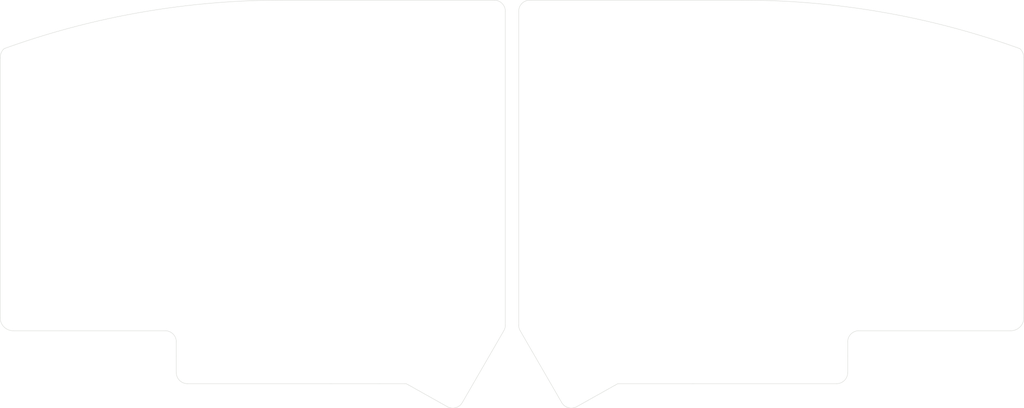
<source format=kicad_pcb>
(kicad_pcb (version 20211014) (generator pcbnew)

  (general
    (thickness 1.6)
  )

  (paper "A3")
  (layers
    (0 "F.Cu" signal)
    (31 "B.Cu" signal)
    (32 "B.Adhes" user "B.Adhesive")
    (33 "F.Adhes" user "F.Adhesive")
    (34 "B.Paste" user)
    (35 "F.Paste" user)
    (36 "B.SilkS" user "B.Silkscreen")
    (37 "F.SilkS" user "F.Silkscreen")
    (38 "B.Mask" user)
    (39 "F.Mask" user)
    (40 "Dwgs.User" user "User.Drawings")
    (41 "Cmts.User" user "User.Comments")
    (42 "Eco1.User" user "User.Eco1")
    (43 "Eco2.User" user "User.Eco2")
    (44 "Edge.Cuts" user)
    (45 "Margin" user)
    (46 "B.CrtYd" user "B.Courtyard")
    (47 "F.CrtYd" user "F.Courtyard")
    (48 "B.Fab" user)
    (49 "F.Fab" user)
    (50 "User.1" user)
    (51 "User.2" user)
    (52 "User.3" user)
    (53 "User.4" user)
    (54 "User.5" user)
    (55 "User.6" user)
    (56 "User.7" user)
    (57 "User.8" user)
    (58 "User.9" user)
  )

  (setup
    (pad_to_mask_clearance 0)
    (pcbplotparams
      (layerselection 0x00010fc_ffffffff)
      (disableapertmacros false)
      (usegerberextensions false)
      (usegerberattributes true)
      (usegerberadvancedattributes true)
      (creategerberjobfile true)
      (svguseinch false)
      (svgprecision 6)
      (excludeedgelayer true)
      (plotframeref false)
      (viasonmask false)
      (mode 1)
      (useauxorigin false)
      (hpglpennumber 1)
      (hpglpenspeed 20)
      (hpglpendiameter 15.000000)
      (dxfpolygonmode true)
      (dxfimperialunits true)
      (dxfusepcbnewfont true)
      (psnegative false)
      (psa4output false)
      (plotreference true)
      (plotvalue true)
      (plotinvisibletext false)
      (sketchpadsonfab false)
      (subtractmaskfromsilk false)
      (outputformat 1)
      (mirror false)
      (drillshape 1)
      (scaleselection 1)
      (outputdirectory "")
    )
  )

  (net 0 "")

  (gr_line (start 162.158077 116.317875) (end 158.936654 121.897543) (layer "Edge.Cuts") (width 0.1) (tstamp 06ac6f41-500c-4310-9d17-b3b5c6ed0118))
  (gr_line (start 213.108758 130.612546) (end 251.858757 130.612546) (layer "Edge.Cuts") (width 0.1) (tstamp 07abe850-7709-4321-80fd-88822223cbca))
  (gr_arc (start 29.883758 116.325046) (mid 27.408884 115.29992) (end 26.383758 112.825046) (layer "Edge.Cuts") (width 0.1) (tstamp 093a7b71-d996-4a22-b4cd-469c665ab25f))
  (gr_arc (start 254.858757 119.325046) (mid 255.737437 117.203725) (end 257.858757 116.325046) (layer "Edge.Cuts") (width 0.1) (tstamp 0d6eab84-4e97-4ecd-8a85-2d6f1119a082))
  (gr_arc (start 159.56 27.108255) (mid 161.681321 27.986934) (end 162.56 30.108255) (layer "Edge.Cuts") (width 0.1) (tstamp 0d835f6d-d325-4a78-a8a2-ed3528074750))
  (gr_line (start 26.383758 42.675046) (end 26.383758 112.825046) (layer "Edge.Cuts") (width 0.1) (tstamp 0ebb4c43-b3e1-4f25-988e-fea7cdef4bfa))
  (gr_arc (start 150.966587 135.702104) (mid 149.162841 137.095033) (end 146.900701 136.818501) (layer "Edge.Cuts") (width 0.1) (tstamp 1d6059c8-5186-4857-ba8a-003210cd7fe9))
  (gr_line (start 186.061951 134.436962) (end 181.816815 136.818501) (layer "Edge.Cuts") (width 0.1) (tstamp 1e9cc7c8-93da-40f0-aba3-d6555d6948e2))
  (gr_arc (start 302.333758 112.825046) (mid 301.308632 115.29992) (end 298.833758 116.325046) (layer "Edge.Cuts") (width 0.1) (tstamp 1ff7e389-9720-4222-9e76-75042fd59613))
  (gr_line (start 115.608758 130.612546) (end 76.858759 130.612546) (layer "Edge.Cuts") (width 0.1) (tstamp 22a85070-4613-4aa4-8ce7-bad6c3425221))
  (gr_line (start 162.56 114.817875) (end 162.56 30.108255) (layer "Edge.Cuts") (width 0.1) (tstamp 2a2cd26b-8290-4d8e-ad86-38a5b8d41f73))
  (gr_line (start 158.936654 121.897543) (end 152.436654 133.155873) (layer "Edge.Cuts") (width 0.1) (tstamp 30cd1156-927e-4092-b170-8d5d72aa934e))
  (gr_line (start 150.966587 135.702104) (end 152.436654 133.155873) (layer "Edge.Cuts") (width 0.1) (tstamp 35fd259a-8e04-4d07-9c21-c4133bb1cc8d))
  (gr_line (start 29.883758 116.325046) (end 42.883758 116.325046) (layer "Edge.Cuts") (width 0.1) (tstamp 384e5c34-748d-4d90-96de-aa01fa77e0d2))
  (gr_arc (start 301.104535 40.126501) (mid 301.308718 40.231179) (end 301.479794 40.384087) (layer "Edge.Cuts") (width 0.1) (tstamp 3af34caf-4d9d-432c-8b2f-b429941a1e4e))
  (gr_line (start 254.858757 127.612546) (end 254.858757 123.125047) (layer "Edge.Cuts") (width 0.1) (tstamp 3b3d3dc1-dd98-4e19-8d3a-7026989912c2))
  (gr_line (start 136.554912 131.01447) (end 135.838476 130.612546) (layer "Edge.Cuts") (width 0.1) (tstamp 44053999-87b4-4261-96d7-24d466e9dd8b))
  (gr_line (start 142.655565 134.436962) (end 146.900701 136.818501) (layer "Edge.Cuts") (width 0.1) (tstamp 46862c9b-4d80-479c-bc73-9291f23fff9a))
  (gr_arc (start 181.816815 136.818501) (mid 179.554675 137.095033) (end 177.750929 135.702104) (layer "Edge.Cuts") (width 0.1) (tstamp 4f134e90-ff99-46d5-8598-1997f3762447))
  (gr_line (start 169.780862 121.897543) (end 176.280862 133.155873) (layer "Edge.Cuts") (width 0.1) (tstamp 503409b5-f778-4269-ba0e-32f55a05f406))
  (gr_arc (start 27.237722 40.384087) (mid 27.408799 40.23118) (end 27.612981 40.126501) (layer "Edge.Cuts") (width 0.1) (tstamp 575c2f4c-4729-4305-9a82-fc6324398176))
  (gr_arc (start 27.612981 40.126501) (mid 64.431049 30.36561) (end 102.381475 27.108255) (layer "Edge.Cuts") (width 0.1) (tstamp 586959e6-a1c2-41fb-bd18-d581431ea2a9))
  (gr_line (start 136.554912 131.01447) (end 142.655565 134.436962) (layer "Edge.Cuts") (width 0.1) (tstamp 6c4f6628-d872-448f-ac48-9c48588be819))
  (gr_line (start 166.157516 30.108255) (end 166.157516 114.817875) (layer "Edge.Cuts") (width 0.1) (tstamp 6d52348c-68d1-4238-8585-a5dcf7535b1b))
  (gr_arc (start 166.559439 116.317875) (mid 166.259738 115.594332) (end 166.157516 114.817875) (layer "Edge.Cuts") (width 0.1) (tstamp 70499a0e-d4c1-4186-a5e1-7e6c4cd6c46d))
  (gr_line (start 128.608758 130.612546) (end 135.838476 130.612546) (layer "Edge.Cuts") (width 0.1) (tstamp 73b19f78-d7f2-4c20-93c2-87b0f0b8b6b7))
  (gr_arc (start 162.56 114.817875) (mid 162.457778 115.594332) (end 162.158077 116.317875) (layer "Edge.Cuts") (width 0.1) (tstamp 7c1de0be-c5bb-4869-9d68-7faea6de50d4))
  (gr_line (start 254.858757 123.125047) (end 254.858757 119.325046) (layer "Edge.Cuts") (width 0.1) (tstamp 7c2992e3-da14-4ba4-b5c4-857d321735e5))
  (gr_line (start 115.608758 130.612546) (end 128.608758 130.612546) (layer "Edge.Cuts") (width 0.1) (tstamp 7c764713-4417-4a72-ac25-97031064dfa7))
  (gr_arc (start 254.858757 127.612546) (mid 253.980077 129.733866) (end 251.858757 130.612546) (layer "Edge.Cuts") (width 0.1) (tstamp 983294dd-b5b2-439d-a682-15ffed37ad49))
  (gr_line (start 73.858759 127.612546) (end 73.858759 123.125047) (layer "Edge.Cuts") (width 0.1) (tstamp a2284e5c-ee6f-4c2d-87aa-99112f17171d))
  (gr_arc (start 70.858759 116.325046) (mid 72.980079 117.203726) (end 73.858759 119.325046) (layer "Edge.Cuts") (width 0.1) (tstamp a616d3cc-4330-4062-97f1-a78323a764f8))
  (gr_line (start 169.157516 27.108255) (end 226.336041 27.108255) (layer "Edge.Cuts") (width 0.1) (tstamp ae431adc-0998-4168-b242-8de596934f66))
  (gr_line (start 302.333758 42.675046) (end 302.333758 55.675046) (layer "Edge.Cuts") (width 0.1) (tstamp b7372e07-f5d8-45e6-b2e3-8dd11abf209e))
  (gr_line (start 302.333758 99.825046) (end 302.333758 112.825046) (layer "Edge.Cuts") (width 0.1) (tstamp bff9d7a8-08c2-4f55-9ef0-d037be8f308f))
  (gr_line (start 192.162604 131.01447) (end 186.061951 134.436962) (layer "Edge.Cuts") (width 0.1) (tstamp c2bef798-9ab1-46f0-a527-780328957965))
  (gr_line (start 177.750929 135.702104) (end 176.280862 133.155873) (layer "Edge.Cuts") (width 0.1) (tstamp c3069f7e-06c2-4cd0-ac3b-266702396167))
  (gr_arc (start 166.157516 30.108255) (mid 167.036195 27.986934) (end 169.157516 27.108255) (layer "Edge.Cuts") (width 0.1) (tstamp c400c329-49c5-48ad-9620-381553612a81))
  (gr_line (start 159.56 27.108255) (end 102.381475 27.108255) (layer "Edge.Cuts") (width 0.1) (tstamp c656811b-c40e-4c57-b852-b89ca3ca9892))
  (gr_line (start 192.162604 131.01447) (end 192.87904 130.612546) (layer "Edge.Cuts") (width 0.1) (tstamp c9a85119-7e29-41d2-8b32-5dca5b1dcac0))
  (gr_line (start 42.883758 116.325046) (end 70.858759 116.325046) (layer "Edge.Cuts") (width 0.1) (tstamp cf595ed1-b32f-4f05-8be1-b5c71ca7f684))
  (gr_line (start 302.333758 55.675046) (end 302.333758 99.825046) (layer "Edge.Cuts") (width 0.1) (tstamp cfddac3a-7f60-4bad-9a63-2a99207f677f))
  (gr_line (start 192.87904 130.612546) (end 213.108758 130.612546) (layer "Edge.Cuts") (width 0.1) (tstamp d4387e71-b274-434a-bd5f-64ffb6af994f))
  (gr_arc (start 301.479794 40.384087) (mid 302.113325 41.452574) (end 302.333758 42.675046) (layer "Edge.Cuts") (width 0.1) (tstamp ddb79e5b-b666-41f6-a018-477f2d404ad7))
  (gr_line (start 166.559439 116.317875) (end 169.780862 121.897543) (layer "Edge.Cuts") (width 0.1) (tstamp e9b2056e-74ec-49d8-9a9e-852542f439e8))
  (gr_line (start 257.858757 116.325046) (end 298.833758 116.325046) (layer "Edge.Cuts") (width 0.1) (tstamp e9fc317c-5180-4ca7-970b-41b5c10e4da1))
  (gr_arc (start 26.383758 42.675046) (mid 26.604191 41.452574) (end 27.237722 40.384087) (layer "Edge.Cuts") (width 0.1) (tstamp f053a8f5-19d3-491f-9289-3e52bd0535f0))
  (gr_line (start 73.858759 119.325046) (end 73.858759 123.125047) (layer "Edge.Cuts") (width 0.1) (tstamp f3e19b5f-2745-4db6-ba18-5c8a0ec7e9e6))
  (gr_arc (start 226.336041 27.108255) (mid 264.286467 30.36561) (end 301.104535 40.126501) (layer "Edge.Cuts") (width 0.1) (tstamp f68b47c4-63a5-4c7a-bc61-051382308e68))
  (gr_arc (start 76.858759 130.612546) (mid 74.737438 129.733867) (end 73.858759 127.612546) (layer "Edge.Cuts") (width 0.1) (tstamp fc466fe2-f8be-4d38-93c4-81e144aa4605))
  (gr_arc (start 209.229994 87.001249) (mid 208.876441 86.854802) (end 208.729994 86.501249) (layer "B.Fab") (width 0.1) (tstamp 001e5008-68d5-4511-899c-a8559f6d4a90))
  (gr_arc (start 189.679994 56.832499) (mid 189.826441 56.478946) (end 190.179994 56.332499) (layer "B.Fab") (width 0.1) (tstamp 002825b6-172f-4525-ade5-3e681a9f520f))
  (gr_line (start 279.879994 91.263749) (end 279.879994 78.263749) (layer "B.Fab") (width 0.1) (tstamp 004af2be-222a-4912-80e4-82b471435ba2))
  (gr_line (start 157.779999 84.907499) (end 144.779999 84.907499) (layer "B.Fab") (width 0.1) (tstamp 0057f352-a94a-49a6-b98d-0378eaf7aa41))
  (gr_arc (start 139.229999 88.882499) (mid 139.083552 89.236052) (end 138.729999 89.382499) (layer "B.Fab") (width 0.1) (tstamp 00f0e20e-6214-4a59-b4b3-ce22ea7b8c55))
  (gr_arc (start 78.104999 125.101249) (mid 77.751446 124.954802) (end 77.604999 124.601249) (layer "B.Fab") (width 0.1) (tstamp 012398ad-dc12-439b-9b23-15b8beb22183))
  (gr_line (start 237.304994 124.601249) (end 237.304994 111.601249) (layer "B.Fab") (width 0.1) (tstamp 0196f767-d479-46dd-a1c0-29e754a3daa1))
  (gr_line (start 49.529999 53.663749) (end 62.529999 53.663749) (layer "B.Fab") (width 0.1) (tstamp 020b01fc-1a4c-447b-ba8b-26ff82070203))
  (gr_line (start 29.979999 61.594999) (end 29.979999 74.594999) (layer "B.Fab") (width 0.1) (tstamp 0320da02-eb77-4a9a-80ac-1913c2ffcfe9))
  (gr_arc (start 228.279994 46.519999) (mid 227.926441 46.373552) (end 227.779994 46.019999) (layer "B.Fab") (width 0.1) (tstamp 03be4b44-3cdf-4229-a50d-1b4629e21700))
  (gr_line (start 62.529999 77.763749) (end 49.529999 77.763749) (layer "B.Fab") (width 0.1) (tstamp 044c8a53-63a0-404d-a83f-d3cc40fcb542))
  (gr_arc (start 106.679999 106.051249) (mid 106.326446 105.904802) (end 106.179999 105.551249) (layer "B.Fab") (width 0.1) (tstamp 047c2ab7-aa9f-406d-8405-256a976ce441))
  (gr_arc (start 129.204999 113.482499) (mid 129.558552 113.628946) (end 129.704999 113.982499) (layer "B.Fab") (width 0.1) (tstamp 06620ab9-dc90-4d1e-9753-e8f56ee5ee26))
  (gr_line (start 208.729994 92.551249) (end 208.729994 105.551249) (layer "B.Fab") (width 0.1) (tstamp 06cae0d4-997e-4dc8-a725-1f314d3f5bc0))
  (gr_line (start 82.079999 35.401249) (end 82.079999 48.401249) (layer "B.Fab") (width 0.1) (tstamp 07515afb-6519-47fe-a1da-b309f26cbdd6))
  (gr_line (start 298.429994 61.094999) (end 285.429994 61.094999) (layer "B.Fab") (width 0.1) (tstamp 08cf9f55-5560-4156-9708-1591b44d98bc))
  (gr_arc (start 87.129999 71.119999) (mid 87.276446 70.766446) (end 87.629999 70.619999) (layer "B.Fab") (width 0.1) (tstamp 09b9c7ed-dea1-4789-9c4b-278ba1bc5a33))
  (gr_line (start 81.579999 92.051249) (end 68.579999 92.051249) (layer "B.Fab") (width 0.1) (tstamp 0ab6af5a-a893-4719-b5c8-75fb06a17cb5))
  (gr_line (start 138.729999 37.282499) (end 125.729999 37.282499) (layer "B.Fab") (width 0.1) (tstamp 0b1dc250-0523-4b16-9dfc-0ac1e7c650de))
  (gr_arc (start 87.629999 84.619999) (mid 87.276446 84.473552) (end 87.129999 84.119999) (layer "B.Fab") (width 0.1) (tstamp 0b266c06-c070-41a7-b77d-06de18d540d5))
  (gr_arc (start 82.079999 86.501249) (mid 81.933552 86.854802) (end 81.579999 87.001249) (layer "B.Fab") (width 0.1) (tstamp 0bee7277-1518-49fc-8127-48c9a55a6018))
  (gr_arc (start 284.929994 61.594999) (mid 285.076441 61.241446) (end 285.429994 61.094999) (layer "B.Fab") (width 0.1) (tstamp 0bfbf8f5-8ad4-4455-b83e-6bd8946c9b1f))
  (gr_arc (start 250.804994 111.101249) (mid 251.158547 111.247696) (end 251.304994 111.601249) (layer "B.Fab") (width 0.1) (tstamp 0cea3088-e28e-49a9-9a30-08091634e9f5))
  (gr_line (start 87.129999 52.069999) (end 87.129999 65.069999) (layer "B.Fab") (width 0.1) (tstamp 0db03667-1cac-4355-b170-c10ec706dad9))
  (gr_arc (start 110.654999 124.601249) (mid 110.508552 124.954802) (end 110.154999 125.101249) (layer "B.Fab") (width 0.1) (tstamp 0db284c4-82de-46f3-9173-06de28b8d571))
  (gr_arc (start 81.579999 92.051249) (mid 81.933552 92.197696) (end 82.079999 92.551249) (layer "B.Fab") (width 0.1) (tstamp 0ed4ab37-f52d-43e7-9637-c19960793de8))
  (gr_line (start 228.279994 84.619999) (end 241.279994 84.619999) (layer "B.Fab") (width 0.1) (tstamp 0f0a9c37-05fc-45ab-91bf-e98c05efdf41))
  (gr_line (start 87.629999 65.569999) (end 100.629999 65.569999) (layer "B.Fab") (width 0.1) (tstamp 0f3716eb-5af9-4e16-9541-5ca45eb54761))
  (gr_arc (start 298.429994 99.194999) (mid 298.783547 99.341446) (end 298.929994 99.694999) (layer "B.Fab") (width 0.1) (tstamp 0fbe921e-7709-4377-a1f0-d362813fdbe8))
  (gr_arc (start 68.079999 54.451249) (mid 68.226446 54.097696) (end 68.579999 53.951249) (layer "B.Fab") (width 0.1) (tstamp 0fde75e6-d19b-4427-a9c6-9ad07e311442))
  (gr_arc (start 285.429994 75.094999) (mid 285.076441 74.948552) (end 284.929994 74.594999) (layer "B.Fab") (width 0.1) (tstamp 0ffaff6b-c934-47d9-b733-8487ab5e0a44))
  (gr_arc (start 68.579999 87.001249) (mid 68.226446 86.854802) (end 68.079999 86.501249) (layer "B.Fab") (width 0.1) (tstamp 11086e78-2151-4ded-8d98-31aa7b337752))
  (gr_line (start 68.079999 92.551249) (end 68.079999 105.551249) (layer "B.Fab") (width 0.1) (tstamp 115fa579-2094-44cf-97b1-985458c7695f))
  (gr_line (start 228.279994 89.669999) (end 241.279994 89.669999) (layer "B.Fab") (width 0.1) (tstamp 1167f5f3-1ada-4a3a-8b0e-7660fab92be2))
  (gr_line (start 298.929994 42.544999) (end 298.929994 55.544999) (layer "B.Fab") (width 0.1) (tstamp 116aca04-9863-40a8-9a86-db0c657a12b9))
  (gr_arc (start 218.254994 111.601249) (mid 218.401441 111.247696) (end 218.754994 111.101249) (layer "B.Fab") (width 0.1) (tstamp 11b8f32f-885b-48d7-a59a-e11cb20e276c))
  (gr_line (start 247.329994 67.951249) (end 260.329994 67.951249) (layer "B.Fab") (width 0.1) (tstamp 12a3a7b9-20ba-4365-aa9b-c141122d4e18))
  (gr_line (start 129.704999 126.982499) (end 129.704999 113.982499) (layer "B.Fab") (width 0.1) (tstamp 1353756e-91a1-4053-b50d-f67142436b0c))
  (gr_arc (start 227.779994 33.019999) (mid 227.926441 32.666446) (end 228.279994 32.519999) (layer "B.Fab") (width 0.1) (tstamp 137b5320-cf8c-46ae-be48-e24c0e99af63))
  (gr_arc (start 218.754994 125.101249) (mid 218.401441 124.954802) (end 218.254994 124.601249) (layer "B.Fab") (width 0.1) (tstamp 138f4321-de2f-41c3-82b9-3aadc34a11b2))
  (gr_line (start 106.679999 67.951249) (end 119.679999 67.951249) (layer "B.Fab") (width 0.1) (tstamp 14c24a91-bf50-4d0a-90ab-c40aec6616d5))
  (gr_arc (start 279.879994 72.213749) (mid 279.733547 72.567302) (end 279.379994 72.713749) (layer "B.Fab") (width 0.1) (tstamp 14c74dda-4181-4373-93a9-4701ea3aed4b))
  (gr_line (start 199.204994 113.982499) (end 199.204994 126.982499) (layer "B.Fab") (width 0.1) (tstamp 162c57a0-4056-4a72-b273-d80357169113))
  (gr_arc (start 246.829994 92.551249) (mid 246.976441 92.197696) (end 247.329994 92.051249) (layer "B.Fab") (width 0.1) (tstamp 1632471b-06ea-4eda-ac1b-55e2577eda75))
  (gr_arc (start 279.379994 58.713749) (mid 279.733547 58.860196) (end 279.879994 59.213749) (layer "B.Fab") (width 0.1) (tstamp 16abb451-9a1e-4816-8cd6-141c8e94cecd))
  (gr_arc (start 158.279999 98.407499) (mid 158.133552 98.761052) (end 157.779999 98.907499) (layer "B.Fab") (width 0.1) (tstamp 16fea768-f3b3-40a1-b441-5aa59c35f551))
  (gr_line (start 43.479999 61.094999) (end 30.479999 61.094999) (layer "B.Fab") (width 0.1) (tstamp 17dfffa0-0218-48a2-8429-1f37851656da))
  (gr_arc (start 106.679999 87.001249) (mid 106.326446 86.854802) (end 106.179999 86.501249) (layer "B.Fab") (width 0.1) (tstamp 18842f69-226d-48a7-9489-868b02b0e811))
  (gr_arc (start 87.129999 33.019999) (mid 87.276446 32.666446) (end 87.629999 32.519999) (layer "B.Fab") (width 0.1) (tstamp 18b8bb3d-4c56-47ba-b428-1cfcdd7fb7a7))
  (gr_line (start 260.829994 67.451249) (end 260.829994 54.451249) (layer "B.Fab") (width 0.1) (tstamp 1a62f80d-3c6b-4704-b662-8cba85b1b2b0))
  (gr_line (start 241.779994 46.019999) (end 241.779994 33.019999) (layer "B.Fab") (width 0.1) (tstamp 1ad083ef-1527-476e-b273-304146516ed2))
  (gr_line (start 279.879994 97.313749) (end 279.879994 110.313749) (layer "B.Fab") (width 0.1) (tstamp 1b2a2784-e46c-4368-b507-4c9f2f021930))
  (gr_arc (start 87.629999 103.669999) (mid 87.276446 103.523552) (end 87.129999 103.169999) (layer "B.Fab") (width 0.1) (tstamp 1b4319f4-2001-4c90-8649-fc07c6260028))
  (gr_arc (start 139.229999 50.782499) (mid 139.083552 51.136052) (end 138.729999 51.282499) (layer "B.Fab") (width 0.1) (tstamp 1c3b2bb9-1db6-4cf1-ae71-89d6867d55e2))
  (gr_line (start 82.079999 105.551249) (end 82.079999 92.551249) (layer "B.Fab") (width 0.1) (tstamp 1c4259b3-5576-4c32-8585-66d8e9685b4b))
  (gr_arc (start 87.129999 52.069999) (mid 87.276446 51.716446) (end 87.629999 51.569999) (layer "B.Fab") (width 0.1) (tstamp 1c905f1a-6585-4bdf-ae3b-30c9ccbb8b2b))
  (gr_arc (start 222.729994 86.501249) (mid 222.583547 86.854802) (end 222.229994 87.001249) (layer "B.Fab") (width 0.1) (tstamp 1d2731f0-72f6-433f-9dba-ece8058b7aba))
  (gr_arc (start 228.279994 84.619999) (mid 227.926441 84.473552) (end 227.779994 84.119999) (layer "B.Fab") (width 0.1) (tstamp 1d37ec0e-32e0-43e6-bff9-8056b6024d2a))
  (gr_arc (start 120.179999 105.551249) (mid 120.033552 105.904802) (end 119.679999 106.051249) (layer "B.Fab") (width 0.1) (tstamp 1daf46c9-2483-45bf-b343-61280f052de5))
  (gr_line (start 260.329994 34.901249) (end 247.329994 34.901249) (layer "B.Fab") (width 0.1) (tstamp 1e4602d6-2292-418c-aff9-9819cf9ead4d))
  (gr_arc (start 138.729999 56.332499) (mid 139.083552 56.478946) (end 139.229999 56.832499) (layer "B.Fab") (width 0.1) (tstamp 1e487e98-1312-46a8-bae8-4c26b1fcc705))
  (gr_arc (start 208.729994 92.551249) (mid 208.876441 92.197696) (end 209.229994 92.051249) (layer "B.Fab") (width 0.1) (tstamp 1e68b5fe-7382-4040-81ce-055253c08159))
  (gr_arc (start 279.879994 91.263749) (mid 279.733547 91.617302) (end 279.379994 91.763749) (layer "B.Fab") (width 0.1) (tstamp 20dd3811-8b50-4bd1-827f-39a9914a33af))
  (gr_line (start 87.629999 84.619999) (end 100.629999 84.619999) (layer "B.Fab") (width 0.1) (tstamp 2327c236-472a-4f2e-9cbb-465f7fe70a3c))
  (gr_line (start 129.204999 113.482499) (end 116.204999 113.482499) (layer "B.Fab") (width 0.1) (tstamp 238c1e70-3936-43cc-bb62-58946d25f09e))
  (gr_arc (start 237.304994 111.601249) (mid 237.451441 111.247696) (end 237.804994 111.101249) (layer "B.Fab") (width 0.1) (tstamp 2615c12c-c851-42f7-af07-46ec6eec25ee))
  (gr_line (start 209.229994 53.951249) (end 222.229994 53.951249) (layer "B.Fab") (width 0.1) (tstamp 2706ba2e-9eaa-431d-9a12-815ab3df80c4))
  (gr_line (start 120.179999 67.451249) (end 120.179999 54.451249) (layer "B.Fab") (width 0.1) (tstamp 271f37af-37d5-4c04-95a3-c6374cbd49e3))
  (gr_line (start 119.679999 87.001249) (end 106.679999 87.001249) (layer "B.Fab") (width 0.1) (tstamp 276dee84-75d7-4e90-8141-4e96250086ec))
  (gr_line (start 106.179999 86.501249) (end 106.179999 73.501249) (layer "B.Fab") (width 0.1) (tstamp 27a7a9ad-6cbb-407a-8746-e43f37fd8321))
  (gr_line (start 208.729994 73.501249) (end 208.729994 86.501249) (layer "B.Fab") (width 0.1) (tstamp 28630fef-5328-4806-bdc3-0c010576ce01))
  (gr_line (start 106.679999 106.051249) (end 119.679999 106.051249) (layer "B.Fab") (width 0.1) (tstamp 28814850-2cdc-44cd-9607-203fb38744d6))
  (gr_line (start 119.679999 34.901249) (end 106.679999 34.901249) (layer "B.Fab") (width 0.1) (tstamp 2a24a8cb-8fd9-4072-adb1-a6f8844efdd9))
  (gr_line (start 30.479999 80.144999) (end 43.479999 80.144999) (layer "B.Fab") (width 0.1) (tstamp 2a4ecc43-f6c1-466c-888a-b3432afe2630))
  (gr_arc (start 260.829994 86.501249) (mid 260.683547 86.854802) (end 260.329994 87.001249) (layer "B.Fab") (width 0.1) (tstamp 2a6f1b31-767e-4454-b84a-8004d7ae0c1c))
  (gr_line (start 266.379994 96.813749) (end 279.379994 96.813749) (layer "B.Fab") (width 0.1) (tstamp 2a7d9d42-ce68-4709-b838-d154ed9af6a0))
  (gr_arc (start 30.479999 113.194999) (mid 30.126446 113.048552) (end 29.979999 112.694999) (layer "B.Fab") (width 0.1) (tstamp 2ad224bb-7c82-4d67-a709-2e3e5f18f267))
  (gr_arc (start 144.810463 113.267496) (mid 145.114066 113.034533) (end 145.493476 113.084483) (layer "B.Fab") (width 0.1) (tstamp 2b04f8aa-7a14-4afb-8be9-8f62f68167d2))
  (gr_arc (start 125.729999 70.332499) (mid 125.376446 70.186052) (end 125.229999 69.832499) (layer "B.Fab") (width 0.1) (tstamp 2baca172-03b1-48c4-a616-3cb6579b745a))
  (gr_line (start 68.579999 73.001249) (end 81.579999 73.001249) (layer "B.Fab") (width 0.1) (tstamp 2bc25973-a214-4dd4-8934-0d088d9262aa))
  (gr_line (start 82.079999 67.451249) (end 82.079999 54.451249) (layer "B.Fab") (width 0.1) (tstamp 2c8270a3-680a-4575-9982-79de45ef8783))
  (gr_line (start 232.254994 124.601249) (end 232.254994 111.601249) (layer "B.Fab") (width 0.1) (tstamp 2c969fb9-517b-4cbb-ba9d-185dbfe688cb))
  (gr_line (start 284.929994 99.694999) (end 284.929994 112.694999) (layer "B.Fab") (width 0.1) (tstamp 2e26db76-03f4-4e75-a42f-432f6694519b))
  (gr_line (start 203.179994 108.432499) (end 190.179994 108.432499) (layer "B.Fab") (width 0.1) (tstamp 30ec4475-47f1-4734-a70b-4a7af3b6e736))
  (gr_line (start 171.975175 120.267496) (end 178.475175 131.525826) (layer "B.Fab") (width 0.1) (tstamp 3185b36d-20b9-4d46-9222-7547a6f50e6e))
  (gr_arc (start 49.529999 53.663749) (mid 49.176446 53.517302) (end 49.029999 53.163749) (layer "B.Fab") (width 0.1) (tstamp 31e1ae51-ae9c-45d9-a53c-dec4b5d03f4c))
  (gr_arc (start 241.279994 51.569999) (mid 241.633547 51.716446) (end 241.779994 52.069999) (layer "B.Fab") (width 0.1) (tstamp 31f2fa48-d780-4f32-ada5-5cc563560354))
  (gr_line (start 139.229999 107.932499) (end 139.229999 94.932499) (layer "B.Fab") (width 0.1) (tstamp 32e8c291-85c7-4950-ac70-a9dde4ace025))
  (gr_arc (start 265.879994 59.213749) (mid 266.026441 58.860196) (end 266.379994 58.713749) (layer "B.Fab") (width 0.1) (tstamp 335e6a9b-27d6-4b63-9019-98e4af071900))
  (gr_arc (start 241.779994 103.169999) (mid 241.633547 103.523552) (end 241.279994 103.669999) (layer "B.Fab") (width 0.1) (tstamp 33a47fe9-74d1-4ec8-9a01-df0380e8f692))
  (gr_line (start 227.779994 52.069999) (end 227.779994 65.069999) (layer "B.Fab") (width 0.1) (tstamp 34027739-b281-4bc8-83c2-6712010966c7))
  (gr_arc (start 115.704999 113.982499) (mid 115.851446 113.628946) (end 116.204999 113.482499) (layer "B.Fab") (width 0.1) (tstamp 343341b6-4159-4b97-a618-60e65895d4f0))
  (gr_arc (start 241.779994 65.069999) (mid 241.633547 65.423552) (end 241.279994 65.569999) (layer "B.Fab") (width 0.1) (tstamp 34c54dfd-0a81-4bb5-86ea-4f8c866c6650))
  (gr_arc (start 183.416517 113.084483) (mid 183.795927 113.034533) (end 184.09953 113.267496) (layer "B.Fab") (width 0.1) (tstamp 352aab8e-8e5f-449d-8837-f8a63ee40b40))
  (gr_line (start 209.229994 87.001249) (end 222.229994 87.001249) (layer "B.Fab") (width 0.1) (tstamp 355bd7a6-5075-4a17-9de3-938af47c10e2))
  (gr_arc (start 298.929994 74.594999) (mid 298.783547 74.948552) (end 298.429994 75.094999) (layer "B.Fab") (width 0.1) (tstamp 3589645a-f9fb-4257-bb86-d4b06c636549))
  (gr_line (start 82.079999 73.501249) (end 82.079999 86.501249) (layer "B.Fab") (width 0.1) (tstamp 358de8b8-e904-4df3-8f2a-2fa5098ef5b4))
  (gr_line (start 222.729994 86.501249) (end 222.729994 73.501249) (layer "B.Fab") (width 0.1) (tstamp 35cea4a0-a1d6-48da-a197-7a924b8c4b44))
  (gr_line (start 106.179999 92.551249) (end 106.179999 105.551249) (layer "B.Fab") (width 0.1) (tstamp 3642f884-67c6-4a2e-80ce-f1c59c6a69c9))
  (gr_line (start 49.529999 72.713749) (end 62.529999 72.713749) (layer "B.Fab") (width 0.1) (tstamp 36754141-75da-4348-90b5-bd003cc88661))
  (gr_line (start 189.679994 88.882499) (end 189.679994 75.882499) (layer "B.Fab") (width 0.1) (tstamp 36a0fd9e-c9e5-49a4-bdb0-8f04af3c11a5))
  (gr_arc (start 43.979999 93.644999) (mid 43.833552 93.998552) (end 43.479999 94.144999) (layer "B.Fab") (width 0.1) (tstamp 36b4ba2a-79a0-45c8-a8db-4ef4a054b583))
  (gr_line (start 138.729999 94.432499) (end 125.729999 94.432499) (layer "B.Fab") (width 0.1) (tstamp 37010df7-2373-4645-9598-bb74bd858fe9))
  (gr_arc (start 77.604999 111.601249) (mid 77.751446 111.247696) (end 78.104999 111.101249) (layer "B.Fab") (width 0.1) (tstamp 3835dc28-5663-4961-ade5-1a23654a56f1))
  (gr_line (start 298.929994 112.694999) (end 298.929994 99.694999) (layer "B.Fab") (width 0.1) (tstamp 38c1917f-11c8-46f8-bd34-60328de16e4c))
  (gr_arc (start 29.979999 61.594999) (mid 30.126446 61.241446) (end 30.479999 61.094999) (layer "B.Fab") (width 0.1) (tstamp 3a3448cf-1c68-464f-833a-39975c29ab2a))
  (gr_line (start 68.579999 67.951249) (end 81.579999 67.951249) (layer "B.Fab") (width 0.1) (tstamp 3a48f9e3-731e-4a30-9e81-0b96ff0fa634))
  (gr_line (start 298.429994 56.044999) (end 285.429994 56.044999) (layer "B.Fab") (width 0.1) (tstamp 3a4c20b5-60ad-4e1c-9500-5c1cbbc1be00))
  (gr_arc (start 119.679999 53.951249) (mid 120.033552 54.097696) (end 120.179999 54.451249) (layer "B.Fab") (width 0.1) (tstamp 3a8af2ed-9bbf-47b4-b022-56997fa697f9))
  (gr_line (start 265.879994 59.213749) (end 265.879994 72.213749) (layer "B.Fab") (width 0.1) (tstamp 3ab54a65-1b67-446e-bde4-c6acd170ea07))
  (gr_line (start 209.229994 106.051249) (end 222.229994 106.051249) (layer "B.Fab") (width 0.1) (tstamp 3abf7611-79ef-4c21-94d5-039a39ac4f51))
  (gr_line (start 43.479999 99.194999) (end 30.479999 99.194999) (layer "B.Fab") (width 0.1) (tstamp 3b38c33f-04db-4113-a9f0-1aca1c05a4f8))
  (gr_arc (start 43.479999 42.044999) (mid 43.833552 42.191446) (end 43.979999 42.544999) (layer "B.Fab") (width 0.1) (tstamp 3b52191b-19d4-458b-9bbf-33883f348896))
  (gr_arc (start 241.779994 84.119999) (mid 241.633547 84.473552) (end 241.279994 84.619999) (layer "B.Fab") (width 0.1) (tstamp 3b7f63c7-4bbe-4bc3-9a3c-76354e500c8d))
  (gr_arc (start 190.179994 108.432499) (mid 189.826441 108.286052) (end 189.679994 107.932499) (layer "B.Fab") (width 0.1) (tstamp 3c029109-d9f2-44c3-ad4a-b52e2be8f8a9))
  (gr_arc (start 139.229999 107.932499) (mid 139.083552 108.286052) (end 138.729999 108.432499) (layer "B.Fab") (width 0.1) (tstamp 3c1ec3dd-d810-4ae4-b26d-e6b0944e3dc3))
  (gr_line (start 49.029999 78.263749) (end 49.029999 91.263749) (layer "B.Fab") (width 0.1) (tstamp 3c3b9f59-cef6-4465-9858-fff077ad1735))
  (gr_line (start 106.679999 73.001249) (end 119.679999 73.001249) (layer "B.Fab") (width 0.1) (tstamp 3c4535dd-bae4-4868-83f2-a74959179e77))
  (gr_arc (start 29.979999 42.544999) (mid 30.126446 42.191446) (end 30.479999 42.044999) (layer "B.Fab") (width 0.1) (tstamp 3cecf043-370b-448b-b509-69635da69bde))
  (gr_line (start 100.629999 70.619999) (end 87.629999 70.619999) (layer "B.Fab") (width 0.1) (tstamp 3d733174-78e1-46c4-98d8-8531a7681ffa))
  (gr_line (start 43.979999 74.594999) (end 43.979999 61.594999) (layer "B.Fab") (width 0.1) (tstamp 3dbfa879-9879-4b80-be87-3650ad45fd0a))
  (gr_arc (start 284.929994 42.544999) (mid 285.076441 42.191446) (end 285.429994 42.044999) (layer "B.Fab") (width 0.1) (tstamp 3dce1e2b-b82f-44aa-8bf6-5e9f0db70da0))
  (gr_line (start 246.829994 92.551249) (end 246.829994 105.551249) (layer "B.Fab") (width 0.1) (tstamp 3e545924-b2c9-4e11-878f-cc1059752cfb))
  (gr_arc (start 222.729994 48.401249) (mid 222.583547 48.754802) (end 222.229994 48.901249) (layer "B.Fab") (width 0.1) (tstamp 4073ea5a-ab84-4b7e-8c02-f78759e1e36c))
  (gr_arc (start 279.879994 110.313749) (mid 279.733547 110.667302) (end 279.379994 110.813749) (layer "B.Fab") (width 0.1) (tstamp 442b220e-5ff4-4e50-96a3-70112517228f))
  (gr_line (start 62.529999 96.813749) (end 49.529999 96.813749) (layer "B.Fab") (width 0.1) (tstamp 448f4623-b539-4104-a586-8cc6b34cf847))
  (gr_line (start 106.179999 54.451249) (end 106.179999 67.451249) (layer "B.Fab") (width 0.1) (tstamp 4514232e-dbd3-48f3-b212-a56283b91104))
  (gr_arc (start 30.479999 75.094999) (mid 30.126446 74.948552) (end 29.979999 74.594999) (layer "B.Fab") (width 0.1) (tstamp 46322979-eb23-445f-9eae-3e17b3e3ff6b))
  (gr_arc (start 208.729994 73.501249) (mid 208.876441 73.147696) (end 209.229994 73.001249) (layer "B.Fab") (width 0.1) (tstamp 46aa6483-d2bd-472a-a56a-1da3104e6d99))
  (gr_line (start 100.629999 89.669999) (end 87.629999 89.669999) (layer "B.Fab") (width 0.1) (tstamp 46efbd76-3504-4ede-9ab9-9d4063befbca))
  (gr_line (start 212.704994 113.482499) (end 199.704994 113.482499) (layer "B.Fab") (width 0.1) (tstamp 470e6785-7a3d-4365-95fa-b16cc5d8adc6))
  (gr_arc (start 82.079999 48.401249) (mid 81.933552 48.754802) (end 81.579999 48.901249) (layer "B.Fab") (width 0.1) (tstamp 473e27a3-932e-4658-8304-36a43dc6368b))
  (gr_arc (start 203.679994 88.882499) (mid 203.533547 89.236052) (end 203.179994 89.382499) (layer "B.Fab") (width 0.1) (tstamp 478972a9-1f65-4c10-8ee5-1325267550b2))
  (gr_arc (start 209.229994 48.901249) (mid 208.876441 48.754802) (end 208.729994 48.401249) (layer "B.Fab") (width 0.1) (tstamp 478e211e-7cdb-4273-ba59-cf190e4021c0))
  (gr_arc (start 68.579999 48.901249) (mid 68.226446 48.754802) (end 68.079999 48.401249) (layer "B.Fab") (width 0.1) (tstamp 47df1d2e-0bfc-48a8-800c-0e2eab218dbe))
  (gr_line (start 49.529999 110.813749) (end 62.529999 110.813749) (layer "B.Fab") (width 0.1) (tstamp 485b7c96-6e4b-4cf2-9a05-3bba73a13789))
  (gr_line (start 247.329994 87.001249) (end 260.329994 87.001249) (layer "B.Fab") (width 0.1) (tstamp 48dcae4c-ee3c-4e77-89f1-30b6fc9d6bd3))
  (gr_arc (start 203.179994 94.432499) (mid 203.533547 94.578946) (end 203.679994 94.932499) (layer "B.Fab") (width 0.1) (tstamp 48f30585-1ca1-47df-8af5-0f1b42a69b81))
  (gr_line (start 237.804994 111.101249) (end 250.804994 111.101249) (layer "B.Fab") (width 0.1) (tstamp 4918719e-7095-4614-8fcb-300edca101d7))
  (gr_line (start 158.279999 98.407499) (end 158.279999 85.407499) (layer "B.Fab") (width 0.1) (tstamp 49277677-b21a-41af-bb17-d8e0f6eb4c2c))
  (gr_line (start 144.279999 85.407499) (end 144.279999 98.407499) (layer "B.Fab") (width 0.1) (tstamp 49d5c263-e7b2-4414-b19c-a6142f4741dc))
  (gr_arc (start 251.304994 124.601249) (mid 251.158547 124.954802) (end 250.804994 125.101249) (layer "B.Fab") (width 0.1) (tstamp 4ac43ca3-219e-4575-99a3-2e4c295c387d))
  (gr_line (start 119.679999 92.051249) (end 106.679999 92.051249) (layer "B.Fab") (width 0.1) (tstamp 4b08cb5d-7cb6-4d72-abae-5abb1b239081))
  (gr_line (start 101.129999 103.169999) (end 101.129999 90.169999) (layer "B.Fab") (width 0.1) (tstamp 4b78bf84-9992-4d56-be4e-e306a6d5779b))
  (gr_line (start 139.229999 69.832499) (end 139.229999 56.832499) (layer "B.Fab") (width 0.1) (tstamp 4c120d4e-72b9-4c0d-8ec5-97e74ea7b1d1))
  (gr_line (start 203.179994 37.282499) (end 190.179994 37.282499) (layer "B.Fab") (width 0.1) (tstamp 4cbb286e-4fb2-4bd9-9a6b-2cb7724d8ec4))
  (gr_line (start 190.179994 70.332499) (end 203.179994 70.332499) (layer "B.Fab") (width 0.1) (tstamp 4d12800d-27b3-4830-b604-f3814cbf1e8d))
  (gr_arc (start 106.179999 92.551249) (mid 106.326446 92.197696) (end 106.679999 92.051249) (layer "B.Fab") (width 0.1) (tstamp 4d57bfaa-bfc1-4623-91fa-2b849a6afb18))
  (gr_arc (start 87.129999 90.169999) (mid 87.276446 89.816446) (end 87.629999 89.669999) (layer "B.Fab") (width 0.1) (tstamp 4f043376-fae3-4a63-8cc1-2ac6c579f570))
  (gr_line (start 156.934819 120.267496) (end 150.434819 131.525826) (layer "B.Fab") (width 0.1) (tstamp 4f58959e-8789-48cc-b2ff-9085d09121ef))
  (gr_line (start 298.929994 74.594999) (end 298.929994 61.594999) (layer "B.Fab") (width 0.1) (tstamp 5018b95f-3e95-4a06-8e20-bd2954939af9))
  (gr_arc (start 138.729999 37.282499) (mid 139.083552 37.428946) (end 139.229999 37.782499) (layer "B.Fab") (width 0.1) (tstamp 51871482-7d05-437a-aa23-d307c03b179a))
  (gr_arc (start 208.729994 35.401249) (mid 208.876441 35.047696) (end 209.229994 34.901249) (layer "B.Fab") (width 0.1) (tstamp 51b609bf-6c1b-4e9a-86ae-e3b2df99e982))
  (gr_line (start 87.629999 103.669999) (end 100.629999 103.669999) (layer "B.Fab") (width 0.1) (tstamp 5200c941-b2c1-47fb-9145-f164cbc66775))
  (gr_arc (start 213.204994 126.982499) (mid 213.058547 127.336052) (end 212.704994 127.482499) (layer "B.Fab") (width 0.1) (tstamp 52593576-6b9c-4880-ab9e-1fc0770c0026))
  (gr_arc (start 43.979999 74.594999) (mid 43.833552 74.948552) (end 43.479999 75.094999) (layer "B.Fab") (width 0.1) (tstamp 52c6ea69-9759-4e7b-a324-c9cab8682790))
  (gr_arc (start 241.779994 46.019999) (mid 241.633547 46.373552) (end 241.279994 46.519999) (layer "B.Fab") (width 0.1) (tstamp 52f3bda3-6198-4e66-9422-c188e7728ecf))
  (gr_line (start 218.254994 111.601249) (end 218.254994 124.601249) (layer "B.Fab") (width 0.1) (tstamp 535735fd-b724-49c7-844c-a797b2511e89))
  (gr_line (start 81.579999 48.901249) (end 68.579999 48.901249) (layer "B.Fab") (width 0.1) (tstamp 53b2d1a4-bdb3-47dc-b7fc-1321e48269a1))
  (gr_line (start 209.229994 34.901249) (end 222.229994 34.901249) (layer "B.Fab") (width 0.1) (tstamp 547a38a0-bd19-4cd7-899e-d1a80b21a38f))
  (gr_arc (start 246.829994 73.501249) (mid 246.976441 73.147696) (end 247.329994 73.001249) (layer "B.Fab") (width 0.1) (tstamp 55125f53-a5a2-4314-9aa7-0700ddd1fcbd))
  (gr_arc (start 298.429994 42.044999) (mid 298.783547 42.191446) (end 298.929994 42.544999) (layer "B.Fab") (width 0.1) (tstamp 562ba8e2-55a5-4746-ba4f-38e9787db95c))
  (gr_line (start 49.029999 59.213749) (end 49.029999 72.213749) (layer "B.Fab") (width 0.1) (tstamp 578cd7dc-4516-43a8-840d-8cd16a9e7cc9))
  (gr_line (start 63.029999 110.313749) (end 63.029999 97.313749) (layer "B.Fab") (width 0.1) (tstamp 57d0cd7f-6ad5-4445-b23f-0a2f4809e5da))
  (gr_arc (start 298.429994 61.094999) (mid 298.783547 61.241446) (end 298.929994 61.594999) (layer "B.Fab") (width 0.1) (tstamp 58572d8d-5488-4c70-9365-46cd744749c2))
  (gr_arc (start 106.179999 54.451249) (mid 106.326446 54.097696) (end 106.679999 53.951249) (layer "B.Fab") (width 0.1) (tstamp 5876bfa5-42f5-4c6f-8d1e-19b701af1a02))
  (gr_line (start 241.279994 32.519999) (end 228.279994 32.519999) (layer "B.Fab") (width 0.1) (tstamp 596ec9cc-fafe-430e-a7b4-95019ec5d1e3))
  (gr_line (start 218.754994 125.101249) (end 231.754994 125.101249) (layer "B.Fab") (width 0.1) (tstamp 5a6258cb-c7b3-485b-9f4e-b5dc438529cc))
  (gr_line (start 266.379994 72.713749) (end 279.379994 72.713749) (layer "B.Fab") (width 0.1) (tstamp 5a960334-5dbd-4ede-a887-02f02da473d1))
  (gr_line (start 222.229994 73.001249) (end 209.229994 73.001249) (layer "B.Fab") (width 0.1) (tstamp 5aa063d6-bdd2-4227-a2e0-963627c46721))
  (gr_arc (start 68.579999 106.051249) (mid 68.226446 105.904802) (end 68.079999 105.551249) (layer "B.Fab") (width 0.1) (tstamp 5cad931c-655a-429b-9fa2-d9648133fb45))
  (gr_arc (start 43.479999 80.144999) (mid 43.833552 80.291446) (end 43.979999 80.644999) (layer "B.Fab") (width 0.1) (tstamp 5d9f48f3-f098-457f-bed8-bc8913d47e4b))
  (gr_line (start 49.029999 40.163749) (end 49.029999 53.163749) (layer "B.Fab") (width 0.1) (tstamp 60770186-82a7-4977-a555-34154c2a468b))
  (gr_line (start 119.679999 53.951249) (end 106.679999 53.951249) (layer "B.Fab") (width 0.1) (tstamp 60c12719-1627-4671-a642-6dcf98baa847))
  (gr_arc (start 189.679994 37.782499) (mid 189.826441 37.428946) (end 190.179994 37.282499) (layer "B.Fab") (width 0.1) (tstamp 61c1bd78-3281-4c7c-87ea-333eccf131f8))
  (gr_line (start 222.729994 105.551249) (end 222.729994 92.551249) (layer "B.Fab") (width 0.1) (tstamp 61c4359f-1557-4911-9b2e-a0319d84e828))
  (gr_arc (start 227.779994 90.169999) (mid 227.926441 89.816446) (end 228.279994 89.669999) (layer "B.Fab") (width 0.1) (tstamp 624b0cdf-d0ef-4209-a63b-e3dfc67ca252))
  (gr_arc (start 125.229999 56.832499) (mid 125.376446 56.478946) (end 125.729999 56.332499) (layer "B.Fab") (width 0.1) (tstamp 628b80c4-3b3a-487d-a35c-4a22607730e9))
  (gr_line (start 29.979999 93.644999) (end 29.979999 80.644999) (layer "B.Fab") (width 0.1) (tstamp 628f6571-16ca-44ed-a6b6-92fb6f9f3a5d))
  (gr_arc (start 43.479999 99.194999) (mid 43.833552 99.341446) (end 43.979999 99.694999) (layer "B.Fab") (width 0.1) (tstamp 6304524e-9386-4ac8-9282-ab4d01c24673))
  (gr_arc (start 241.279994 89.669999) (mid 241.633547 89.816446) (end 241.779994 90.169999) (layer "B.Fab") (width 0.1) (tstamp 63ff041e-8d36-467e-b1ac-2cad819da350))
  (gr_line (start 227.779994 103.169999) (end 227.779994 90.169999) (layer "B.Fab") (width 0.1) (tstamp 6405b650-025b-4dd8-bfb9-c9c7c60c4f52))
  (gr_arc (start 266.379994 110.813749) (mid 266.026441 110.667302) (end 265.879994 110.313749) (layer "B.Fab") (width 0.1) (tstamp 64bef99c-82ad-4cbe-a5a0-c813b201a8b3))
  (gr_line (start 100.629999 32.519999) (end 87.629999 32.519999) (layer "B.Fab") (width 0.1) (tstamp 657eeb1a-e9ed-4dbf-bf7b-dfcce07fdcab))
  (gr_line (start 222.729994 35.401249) (end 222.729994 48.401249) (layer "B.Fab") (width 0.1) (tstamp 65e674f9-a90b-4c07-9b37-ce310ac62ca9))
  (gr_arc (start 279.379994 39.663749) (mid 279.733547 39.810196) (end 279.879994 40.163749) (layer "B.Fab") (width 0.1) (tstamp 6679d081-9a54-4ff0-b3a4-ddf7fa27c802))
  (gr_arc (start 260.829994 105.551249) (mid 260.683547 105.904802) (end 260.329994 106.051249) (layer "B.Fab") (width 0.1) (tstamp 66c07a71-7999-4228-acd2-c0cec282eac2))
  (gr_line (start 30.479999 75.094999) (end 43.479999 75.094999) (layer "B.Fab") (width 0.1) (tstamp 672a548f-4d9e-4c2b-8303-1fca6c29be49))
  (gr_arc (start 298.929994 112.694999) (mid 298.783547 113.048552) (end 298.429994 113.194999) (layer "B.Fab") (width 0.1) (tstamp 677982e6-3d15-4d02-b4cd-38d0bb2b0b11))
  (gr_line (start 298.429994 99.194999) (end 285.429994 99.194999) (layer "B.Fab") (width 0.1) (tstamp 679ba3e3-065f-4851-9e57-c3e058390add))
  (gr_arc (start 144.279999 85.407499) (mid 144.426446 85.053946) (end 144.779999 84.907499) (layer "B.Fab") (width 0.1) (tstamp 6881335a-0e20-403a-9a6b-144b3fe92427))
  (gr_arc (start 222.729994 67.451249) (mid 222.583547 67.804802) (end 222.229994 67.951249) (layer "B.Fab") (width 0.1) (tstamp 68e08aa4-581f-4dd5-bed6-760017362d01))
  (gr_arc (start 260.329994 34.901249) (mid 260.683547 35.047696) (end 260.829994 35.401249) (layer "B.Fab") (width 0.1) (tstamp 6a4fedfb-88ac-4641-a6c8-5dc6f52b04fd))
  (gr_arc (start 260.329994 92.051249) (mid 260.683547 92.197696) (end 260.829994 92.551249) (layer "B.Fab") (width 0.1) (tstamp 6a7fcceb-b9fa-4edd-b4a1-1d0527f1b1d1))
  (gr_line (start 149.751806 131.708839) (end 138.493476 125.208839) (layer "B.Fab") (width 0.1) (tstamp 6a87cdfd-6443-4eee-999d-34b4564f6439))
  (gr_line (start 231.754994 111.101249) (end 218.754994 111.101249) (layer "B.Fab") (width 0.1) (tstamp 6aa54d79-3d3d-4774-ba02-259d7b12acae))
  (gr_arc (start 247.329994 106.051249) (mid 246.976441 105.904802) (end 246.829994 105.551249) (layer "B.Fab") (width 0.1) (tstamp 6ab2407b-d405-423a-83f6-65177b88b4c7))
  (gr_line (start 190.179994 75.382499) (end 203.179994 75.382499) (layer "B.Fab") (width 0.1) (tstamp 6b834df1-1343-401b-b0ae-e1d49f36c16d))
  (gr_line (start 189.679994 56.832499) (end 189.679994 69.832499) (layer "B.Fab") (width 0.1) (tstamp 6b8c43bd-fb5b-494c-bc3d-64bcac4ca836))
  (gr_arc (start 203.679994 50.782499) (mid 203.533547 51.136052) (end 203.179994 51.282499) (layer "B.Fab") (width 0.1) (tstamp 6bf7396e-d8e5-4f9e-89d6-6e43d6927b8d))
  (gr_arc (start 209.229994 67.951249) (mid 208.876441 67.804802) (end 208.729994 67.451249) (layer "B.Fab") (width 0.1) (tstamp 6c4e309c-20f1-4cc0-a034-6e36c5f78aa5))
  (gr_arc (start 265.879994 97.313749) (mid 266.026441 96.960196) (end 266.379994 96.813749) (layer "B.Fab") (width 0.1) (tstamp 6c6492ce-cf3a-4120-836c-6d5c8ba4cc52))
  (gr_arc (start 63.029999 72.213749) (mid 62.883552 72.567302) (end 62.529999 72.713749) (layer "B.Fab") (width 0.1) (tstamp 6c86d026-2808-40d0-920f-017392f50021))
  (gr_arc (start 29.979999 99.694999) (mid 30.126446 99.341446) (end 30.479999 99.194999) (layer "B.Fab") (width 0.1) (tstamp 6d9ea531-bf5e-4215-ab6d-f5d0f8c7d098))
  (gr_line (start 179.158187 131.708839) (end 190.416517 125.208839) (layer "B.Fab") (width 0.1) (tstamp 6ded3580-6bd9-4ca3-a441-2e65203d2926))
  (gr_arc (start 157.779999 84.907499) (mid 158.133552 85.053946) (end 158.279999 85.407499) (layer "B.Fab") (width 0.1) (tstamp 6df049a0-5d26-4199-97d1-69d630494b80))
  (gr_arc (start 101.129999 46.019999) (mid 100.983552 46.373552) (end 100.629999 46.519999) (layer "B.Fab") (width 0.1) (tstamp 6e8adc6d-2b2e-489a-a304-9b0bdef13e2c))
  (gr_line (start 139.229999 75.882499) (end 139.229999 88.882499) (layer "B.Fab") (width 0.1) (tstamp 6f39b6b5-e8c2-41a3-80e4-e761c09f3e02))
  (gr_line (start 144.779999 98.907499) (end 157.779999 98.907499) (layer "B.Fab") (width 0.1) (tstamp 6f6c1c10-4dc6-41be-a196-0aee46264536))
  (gr_arc (start 285.429994 113.194999) (mid 285.076441 113.048552) (end 284.929994 112.694999) (layer "B.Fab") (width 0.1) (tstamp 6fdcd90e-4cd3-4278-8afc-241e9697c497))
  (gr_line (start 91.104999 125.101249) (end 78.104999 125.101249) (layer "B.Fab") (width 0.1) (tstamp 701cc0cc-b889-4906-b777-136e75fd6ab2))
  (gr_arc (start 179.158187 131.708839) (mid 178.778778 131.758789) (end 178.475175 131.525826) (layer "B.Fab") (width 0.1) (tstamp 702df4d8-109c-4c17-9b01-40702a83f2da))
  (gr_arc (start 68.079999 92.551249) (mid 68.226446 92.197696) (end 68.579999 92.051249) (layer "B.Fab") (width 0.1) (tstamp 7064da43-fde7-4666-8704-224cf744b849))
  (gr_arc (start 138.493476 125.208839) (mid 138.260513 124.905236) (end 138.310463 124.525826) (layer "B.Fab") (width 0.1) (tstamp 706a633f-8a1a-44e2-b4e5-8b4dd0de747a))
  (gr_arc (start 279.379994 96.813749) (mid 279.733547 96.960196) (end 279.879994 97.313749) (layer "B.Fab") (width 0.1) (tstamp 7070e637-79ee-4c5f-a1f6-c91da0b35ba8))
  (gr_line (start 30.479999 113.194999) (end 43.479999 113.194999) (layer "B.Fab") (width 0.1) (tstamp 72016f89-d669-433f-9f95-e1a8d3ffb4fb))
  (gr_arc (start 284.929994 99.694999) (mid 285.076441 99.341446) (end 285.429994 99.194999) (layer "B.Fab") (width 0.1) (tstamp 7231da75-3c24-4da6-9bc6-c4a3f061776e))
  (gr_arc (start 190.179994 51.282499) (mid 189.826441 51.136052) (end 189.679994 50.782499) (layer "B.Fab") (width 0.1) (tstamp 724db913-afb0-40cd-bb62-a4d34dca7c99))
  (gr_line (start 120.179999 73.501249) (end 120.179999 86.501249) (layer "B.Fab") (width 0.1) (tstamp 727e20cf-26b4-40e0-88fb-16bbd44aa5e7))
  (gr_line (start 241.779994 84.119999) (end 241.779994 71.119999) (layer "B.Fab") (width 0.1) (tstamp 72d80c0b-80d9-40fe-9e5e-a73bc5b17c7e))
  (gr_line (start 125.729999 108.432499) (end 138.729999 108.432499) (layer "B.Fab") (width 0.1) (tstamp 730df58a-c1e2-499f-a1e0-f48abc55f5c8))
  (gr_line (start 81.579999 53.951249) (end 68.579999 53.951249) (layer "B.Fab") (width 0.1) (tstamp 742246bf-c733-4fbb-a890-21ff15d95006))
  (gr_line (start 100.629999 51.569999) (end 87.629999 51.569999) (layer "B.Fab") (width 0.1) (tstamp 74fd1fd8-49ec-4492-ad71-54ac5413a547))
  (gr_arc (start 43.979999 55.544999) (mid 43.833552 55.898552) (end 43.479999 56.044999) (layer "B.Fab") (width 0.1) (tstamp 750897eb-03d8-4110-a11a-4ee995967ac2))
  (gr_arc (start 203.179994 56.332499) (mid 203.533547 56.478946) (end 203.679994 56.832499) (layer "B.Fab") (width 0.1) (tstamp 769bd1fa-ee4e-48cf-a038-932d56e0daed))
  (gr_line (start 298.429994 80.144999) (end 285.429994 80.144999) (layer "B.Fab") (width 0.1) (tstamp 7766a32f-e210-4d6d-bb44-fe4852baca66))
  (gr_arc (start 49.529999 72.713749) (mid 49.176446 72.567302) (end 49.029999 72.213749) (layer "B.Fab") (width 0.1) (tstamp 776bac25-611c-4331-ba0f-97ab4d92ae0b))
  (gr_line (start 284.929994 55.544999) (end 284.929994 42.544999) (layer "B.Fab") (width 0.1) (tstamp 78480914-cd7d-41ef-9ebd-04b569537dcb))
  (gr_line (start 208.729994 48.401249) (end 208.729994 35.401249) (layer "B.Fab") (width 0.1) (tstamp 78482ae9-ecfc-448f-b5c7-77b12ef0aa34))
  (gr_arc (start 241.279994 32.519999) (mid 241.633547 32.666446) (end 241.779994 33.019999) (layer "B.Fab") (width 0.1) (tstamp 7870f73c-d65f-4031-8878-ca569becd378))
  (gr_line (start 285.429994 75.094999) (end 298.429994 75.094999) (layer "B.Fab") (width 0.1) (tstamp 7888d800-5a5c-4349-a09b-6a686d97c25e))
  (gr_arc (start 101.129999 103.169999) (mid 100.983552 103.523552) (end 100.629999 103.669999) (layer "B.Fab") (width 0.1) (tstamp 789110a7-9532-4b5a-b00d-33a631b4799a))
  (gr_arc (start 265.879994 78.263749) (mid 266.026441 77.910196) (end 266.379994 77.763749) (layer "B.Fab") (width 0.1) (tstamp 78b49aa7-5b6a-4208-a129-4e32a1bb36a7))
  (gr_arc (start 49.029999 97.313749) (mid 49.176446 96.960196) (end 49.529999 96.813749) (layer "B.Fab") (width 0.1) (tstamp 798f2efc-219c-4e26-8e47-2bcd75543afa))
  (gr_arc (start 156.751806 119.584483) (mid 156.984769 119.888086) (end 156.934819 120.267496) (layer "B.Fab") (width 0.1) (tstamp 79c42546-9091-4476-9783-42526bdac53d))
  (gr_arc (start 139.229999 69.832499) (mid 139.083552 70.186052) (end 138.729999 70.332499) (layer "B.Fab") (width 0.1) (tstamp 7a7fc47d-9bad-4b23-b505-3b02f4954ee1))
  (gr_line (start 265.879994 78.263749) (end 265.879994 91.263749) (layer "B.Fab") (width 0.1) (tstamp 7aa50cfb-133f-4edb-a510-671d05c4cbe6))
  (gr_line (start 279.379994 110.813749) (end 266.379994 110.813749) (layer "B.Fab") (width 0.1) (tstamp 7c5def0a-d3c9-4ace-8502-9b900feca119))
  (gr_arc (start 120.179999 67.451249) (mid 120.033552 67.804802) (end 119.679999 67.951249) (layer "B.Fab") (width 0.1) (tstamp 7d15b1ed-dd7e-4598-be69-414b3a4894b1))
  (gr_line (start 184.09953 113.267496) (end 190.59953 124.525826) (layer "B.Fab") (width 0.1) (tstamp 7d39e4ed-29ad-462d-9e7f-c2c70f25ac86))
  (gr_line (start 110.654999 111.601249) (end 110.654999 124.601249) (layer "B.Fab") (width 0.1) (tstamp 7d3a4e11-379b-4c5f-9fe8-ae4ea7988cc0))
  (gr_arc (start 138.729999 75.382499) (mid 139.083552 75.528946) (end 139.229999 75.882499) (layer "B.Fab") (width 0.1) (tstamp 7d53d6a3-6a33-4c82-b23c-e2fae05f3848))
  (gr_arc (start 285.429994 94.144999) (mid 285.076441 93.998552) (end 284.929994 93.644999) (layer "B.Fab") (width 0.1) (tstamp 7d57ea43-f500-44c9-b814-8f117975f61a))
  (gr_line (start 285.429994 42.044999) (end 298.429994 42.044999) (layer "B.Fab") (width 0.1) (tstamp 7e11b36f-3b9c-4806-9361-bf70e015feac))
  (gr_line (start 87.129999 71.119999) (end 87.129999 84.119999) (layer "B.Fab") (width 0.1) (tstamp 7e4717dc-6ed7-4900-94b3-cd4ac39df006))
  (gr_arc (start 106.679999 48.901249) (mid 106.326446 48.754802) (end 106.179999 48.401249) (layer "B.Fab") (width 0.1) (tstamp 7eb1d1f5-1865-49d3-8c4d-3f0fd292d395))
  (gr_arc (start 266.379994 91.763749) (mid 266.026441 91.617302) (end 265.879994 91.263749) (layer "B.Fab") (width 0.1) (tstamp 7f7f931d-30df-491b-9e9f-649f12394d57))
  (gr_arc (start 87.629999 65.569999) (mid 87.276446 65.423552) (end 87.129999 65.069999) (layer "B.Fab") (width 0.1) (tstamp 80aa6bea-5d91-49f6-8495-814d7d199daa))
  (gr_arc (start 247.329994 87.001249) (mid 246.976441 86.854802) (end 246.829994 86.501249) (layer "B.Fab") (width 0.1) (tstamp 81815320-8a98-433d-bb25-12eb155492bf))
  (gr_arc (start 222.229994 73.001249) (mid 222.583547 73.147696) (end 222.729994 73.501249) (layer "B.Fab") (width 0.1) (tstamp 8237fc61-5c43-4ccd-ae65-0bc197d91013))
  (gr_line (start 190.179994 94.432499) (end 203.179994 94.432499) (layer "B.Fab") (width 0.1) (tstamp 8301722e-ea53-4799-b40e-f1d6f0da1f41))
  (gr_arc (start 190.179994 89.382499) (mid 189.826441 89.236052) (end 189.679994 88.882499) (layer "B.Fab") (width 0.1) (tstamp 836e1f24-154a-44a2-92a6-535e45137b70))
  (gr_arc (start 203.679994 107.932499) (mid 203.533547 108.286052) (end 203.179994 108.432499) (layer "B.Fab") (width 0.1) (tstamp 837dceba-2cc9-4dc5-9f0f-b71079a9c257))
  (gr_line (start 250.804994 125.101249) (end 237.804994 125.101249) (layer "B.Fab") (width 0.1) (tstamp 83f41b21-c6af-4a5e-8261-7601b2503105))
  (gr_line (start 203.679994 50.782499) (end 203.679994 37.782499) (layer "B.Fab") (width 0.1) (tstamp 845a24d5-6619-4be4-a049-544970e9c67f))
  (gr_arc (start 298.429994 80.144999) (mid 298.783547 80.291446) (end 298.929994 80.644999) (layer "B.Fab") (width 0.1) (tstamp 86987110-fbfa-4ced-bc4c-0c441f32a062))
  (gr_line (start 68.079999 48.401249) (end 68.079999 35.401249) (layer "B.Fab") (width 0.1) (tstamp 8800cc59-1d12-4c26-a849-69c565df8bb1))
  (gr_arc (start 199.704994 127.482499) (mid 199.351441 127.336052) (end 199.204994 126.982499) (layer "B.Fab") (width 0.1) (tstamp 8822e8b0-b085-4c78-9ec8-b2a7bfa9ebef))
  (gr_line (start 96.654999 124.601249) (end 96.654999 111.601249) (layer "B.Fab") (width 0.1) (tstamp 8a05275d-f3ec-4378-a900-841bc73e4d32))
  (gr_arc (start 119.679999 73.001249) (mid 120.033552 73.147696) (end 120.179999 73.501249) (layer "B.Fab") (width 0.1) (tstamp 8b016563-7543-4d65-9076-a72680092a3a))
  (gr_arc (start 231.754994 111.101249) (mid 232.108547 111.247696) (end 232.254994 111.601249) (layer "B.Fab") (width 0.1) (tstamp 8b11dc47-8a4f-4032-95a6-5b69c99bf57b))
  (gr_line (start 260.829994 86.501249) (end 260.829994 73.501249) (layer "B.Fab") (width 0.1) (tstamp 8ba2f63f-e3ad-4a69-bcd6-299b4a9ecbd5))
  (gr_line (start 203.679994 75.882499) (end 203.679994 88.882499) (layer "B.Fab") (width 0.1) (tstamp 8bde4d02-9d8c-44b3-b6b1-72e4584bfb0f))
  (gr_arc (start 241.279994 70.619999) (mid 241.633547 70.766446) (end 241.779994 71.119999) (layer "B.Fab") (width 0.1) (tstamp 8c06806b-0c06-49ce-9011-357ff37b8340))
  (gr_arc (start 227.779994 71.119999) (mid 227.926441 70.766446) (end 228.279994 70.619999) (layer "B.Fab") (width 0.1) (tstamp 8c731aac-17d5-4bac-8afc-f6ccb098aca0))
  (gr_arc (start 138.729999 94.432499) (mid 139.083552 94.578946) (end 139.229999 94.932499) (layer "B.Fab") (width 0.1) (tstamp 8e6449d2-c86c-49f4-9bc1-c5c3f931c3a0))
  (gr_arc (start 106.179999 73.501249) (mid 106.326446 73.147696) (end 106.679999 73.001249) (layer "B.Fab") (width 0.1) (tstamp 8edc2684-b424-4de5-b416-10d48f2fa919))
  (gr_arc (start 82.079999 67.451249) (mid 81.933552 67.804802) (end 81.579999 67.951249) (layer "B.Fab") (width 0.1) (tstamp 8f29f77c-cfb5-4a2d-90c8-81211e6a76a9))
  (gr_line (start 63.029999 72.213749) (end 63.029999 59.213749) (layer "B.Fab") (width 0.1) (tstamp 8ff15fd5-369d-4967-8dce-f4806075cc14))
  (gr_line (start 246.829994 73.501249) (end 246.829994 86.501249) (layer "B.Fab") (width 0.1) (tstamp 903c2abe-070c-4ef3-ae78-7c869f7f8d6e))
  (gr_arc (start 279.379994 77.763749) (mid 279.733547 77.910196) (end 279.879994 78.263749) (layer "B.Fab") (width 0.1) (tstamp 904fba6e-5f1c-4f8a-8a51-5f1fd74b9942))
  (gr_arc (start 106.679999 67.951249) (mid 106.326446 67.804802) (end 106.179999 67.451249) (layer "B.Fab") (width 0.1) (tstamp 905489f7-a8e2-4cc1-a88e-0fd7a69b1a0d))
  (gr_arc (start 171.975175 120.267496) (mid 171.925224 119.888086) (end 172.158187 119.584483) (layer "B.Fab") (width 0.1) (tstamp 90a6a12f-a874-4f22-889a-e3dc939e3978))
  (gr_arc (start 87.629999 46.519999) (mid 87.276446 46.373552) (end 87.129999 46.019999) (layer "B.Fab") (width 0.1) (tstamp 90e86301-d846-4a56-96d0-fa5220723078))
  (gr_arc (start 260.829994 48.401249) (mid 260.683547 48.754802) (end 260.329994 48.901249) (layer "B.Fab") (width 0.1) (tstamp 9207c3e9-ccfd-407b-8a34-637e70b94b3c))
  (gr_arc (start 106.179999 35.401249) (mid 106.326446 35.047696) (end 106.679999 34.901249) (layer "B.Fab") (width 0.1) (tstamp 923052fc-2b0e-463f-8811-7d831f61a1d6))
  (gr_arc (start 62.529999 58.713749) (mid 62.883552 58.860196) (end 63.029999 59.213749) (layer "B.Fab") (width 0.1) (tstamp 92ff0633-96fa-452b-a560-3d669d55aaf8))
  (gr_line (start 203.679994 94.932499) (end 203.679994 107.932499) (layer "B.Fab") (width 0.1) (tstamp 9307d569-142a-4d81-852f-a5425f81d339))
  (gr_arc (start 260.329994 53.951249) (mid 260.683547 54.097696) (end 260.829994 54.451249) (layer "B.Fab") (width 0.1) (tstamp 931f66cf-6e17-4f94-b74d-aeeed21cf508))
  (gr_line (start 241.779994 65.069999) (end 241.779994 52.069999) (layer "B.Fab") (width 0.1) (tstamp 9368f38f-2960-4236-be9b-55abdb495249))
  (gr_line (start 43.979999 80.644999) (end 43.979999 93.644999) (layer "B.Fab") (width 0.1) (tstamp 938f53bb-3cc2-4d7e-aac4-c09a7f190a91))
  (gr_line (start 125.729999 51.282499) (end 138.729999 51.282499) (layer "B.Fab") (width 0.1) (tstamp 93997d7e-1a94-404f-a5ac-a2a8d74faf97))
  (gr_line (start 247.329994 48.901249) (end 260.329994 48.901249) (layer "B.Fab") (width 0.1) (tstamp 945533fa-05ef-4d69-a20d-a727725d3185))
  (gr_arc (start 222.229994 53.951249) (mid 222.583547 54.097696) (end 222.729994 54.451249) (layer "B.Fab") (width 0.1) (tstamp 94670253-9af6-4242-a275-fad266f1f854))
  (gr_line (start 106.179999 35.401249) (end 106.179999 48.401249) (layer "B.Fab") (width 0.1) (tstamp 94716e46-72d9-4bdc-a67d-fcb2768b53eb))
  (gr_line (start 156.751806 119.584483) (end 145.493476 113.084483) (layer "B.Fab") (width 0.1) (tstamp 9489871d-5dcd-4c06-b9a3-9dac67f0ff0a))
  (gr_arc (start 199.204994 113.982499) (mid 199.351441 113.628946) (end 199.704994 113.482499) (layer "B.Fab") (width 0.1) (tstamp 94f88f5c-7fb8-496f-b87e-e323e8947d91))
  (gr_arc (start 100.629999 70.619999) (mid 100.983552 70.766446) (end 101.129999 71.119999) (layer "B.Fab") (width 0.1) (tstamp 95223f7d-add8-42c7-9924-6ff30c2baf16))
  (gr_line (start 279.379994 58.713749) (end 266.379994 58.713749) (layer "B.Fab") (width 0.1) (tstamp 9560abbc-6d5d-46e8-9625-2ef482aaf204))
  (gr_line (start 172.158187 119.584483) (end 183.416517 113.084483) (layer "B.Fab") (width 0.1) (tstamp 963b9089-e9d3-489b-b216-9714f11c508d))
  (gr_line (start 228.279994 46.519999) (end 241.279994 46.519999) (layer "B.Fab") (width 0.1) (tstamp 9687c37b-bb87-4b14-ab86-975631c2542b))
  (gr_arc (start 266.379994 72.713749) (mid 266.026441 72.567302) (end 265.879994 72.213749) (layer "B.Fab") (width 0.1) (tstamp 971a8b7d-22ca-4048-bb22-888b3ea9d007))
  (gr_line (start 260.329994 92.051249) (end 247.329994 92.051249) (layer "B.Fab") (width 0.1) (tstamp 983bcbd7-2d6b-4cb1-ac85-5c6627850fb0))
  (gr_arc (start 125.229999 94.932499) (mid 125.376446 94.578946) (end 125.729999 94.432499) (layer "B.Fab") (width 0.1) (tstamp 98af84d5-753e-4132-b1aa-f10ef69ad54b))
  (gr_arc (start 222.229994 34.901249) (mid 222.583547 35.047696) (end 222.729994 35.401249) (layer "B.Fab") (width 0.1) (tstamp 997c99d2-39f9-49be-883a-7f3a3d4c49e3))
  (gr_arc (start 29.979999 80.644999) (mid 30.126446 80.291446) (end 30.479999 80.144999) (layer "B.Fab") (width 0.1) (tstamp 9a2f1755-3d6c-4ab9-bf53-a9d8bef87611))
  (gr_arc (start 222.729994 105.551249) (mid 222.583547 105.904802) (end 222.229994 106.051249) (layer "B.Fab") (width 0.1) (tstamp 9d2f28ce-b9f4-45e9-b85f-9e012ca2fddd))
  (gr_line (start 110.154999 125.101249) (end 97.154999 125.101249) (layer "B.Fab") (width 0.1) (tstamp 9da7782d-eaeb-49e7-82b3-8856a8c20fc4))
  (gr_line (start 116.204999 127.482499) (end 129.204999 127.482499) (layer "B.Fab") (width 0.1) (tstamp 9e09b1f3-f1e1-4f4e-9307-6e37b3b9107d))
  (gr_line (start 62.529999 58.713749) (end 49.529999 58.713749) (layer "B.Fab") (width 0.1) (tstamp 9e0d7125-5ff4-4e50-9b80-8c0c1e3d69f1))
  (gr_line (start 265.879994 110.313749) (end 265.879994 97.313749) (layer "B.Fab") (width 0.1) (tstamp 9e80e097-5494-45e7-ad0d-daf85e434d00))
  (gr_line (start 68.579999 34.901249) (end 81.579999 34.901249) (layer "B.Fab") (width 0.1) (tstamp 9eee7eac-c8a0-49ce-b821-8c368d78a6fc))
  (gr_line (start 97.154999 111.101249) (end 110.154999 111.101249) (layer "B.Fab") (width 0.1) (tstamp 9f100364-4ba6-4bb5-a74d-aa4fddb482b0))
  (gr_line (start 284.929994 80.644999) (end 284.929994 93.644999) (layer "B.Fab") (width 0.1) (tstamp 9fa529af-0d4d-4d2d-9067-f0611fe13eaa))
  (gr_line (start 184.129994 98.907499) (end 171.129994 98.907499) (layer "B.Fab") (width 0.1) (tstamp 9fc18858-cb6b-4a66-b5f4-7949ef121327))
  (gr_line (start 266.379994 91.763749) (end 279.379994 91.763749) (layer "B.Fab") (width 0.1) (tstamp 9fdd372e-679f-4902-846b-8a42a3778be8))
  (gr_arc (start 125.229999 75.882499) (mid 125.376446 75.528946) (end 125.729999 75.382499) (layer "B.Fab") (width 0.1) (tstamp 9fe1e868-a87c-4925-a94a-c59d2268fbca))
  (gr_line (start 68.079999 86.501249) (end 68.079999 73.501249) (layer "B.Fab") (width 0.1) (tstamp a109666c-daa2-40c0-8f6c-a3721e4d5299))
  (gr_line (start 43.479999 56.044999) (end 30.479999 56.044999) (layer "B.Fab") (width 0.1) (tstamp a110de8f-e155-4e22-bf07-ef64817c5073))
  (gr_line (start 144.810463 113.267496) (end 138.310463 124.525826) (layer "B.Fab") (width 0.1) (tstamp a16418fe-b08f-4a20-bd53-708e313ee729))
  (gr_arc (start 125.229999 37.782499) (mid 125.376446 37.428946) (end 125.729999 37.282499) (layer "B.Fab") (width 0.1) (tstamp a281073d-5b85-4245-84ec-249674e1e93b))
  (gr_line (start 190.179994 51.282499) (end 203.179994 51.282499) (layer "B.Fab") (width 0.1) (tstamp a357b413-93ad-44ae-b348-b96666af201f))
  (gr_arc (start 184.629994 98.407499) (mid 184.483547 98.761052) (end 184.129994 98.907499) (layer "B.Fab") (width 0.1) (tstamp a3f4ffe3-00f1-4e4d-b91a-9c1ade8c21a2))
  (gr_arc (start 284.929994 80.644999) (mid 285.076441 80.291446) (end 285.429994 80.144999) (layer "B.Fab") (width 0.1) (tstamp a4f98854-f2bd-4e4e-9226-5747198a3b6c))
  (gr_arc (start 81.579999 53.951249) (mid 81.933552 54.097696) (end 82.079999 54.451249) (layer "B.Fab") (width 0.1) (tstamp a7c108ac-c75e-4a31-af55-a24d23b3b0c1))
  (gr_arc (start 208.729994 54.451249) (mid 208.876441 54.097696) (end 209.229994 53.951249) (layer "B.Fab") (width 0.1) (tstamp a867cb39-f039-4323-a77d-5f5de39d25af))
  (gr_line (start 247.329994 106.051249) (end 260.329994 106.051249) (layer "B.Fab") (width 0.1) (tstamp a8781d28-4d1c-482d-bdf8-69db53be0665))
  (gr_line (start 43.979999 42.544999) (end 43.979999 55.544999) (layer "B.Fab") (width 0.1) (tstamp a981652e-539c-4f81-8366-3d935b7bb20f))
  (gr_arc (start 203.679994 69.832499) (mid 203.533547 70.186052) (end 203.179994 70.332499) (layer "B.Fab") (width 0.1) (tstamp aa32223f-54e7-48fd-80e8-f000b8e5c755))
  (gr_arc (start 171.129994 98.907499) (mid 170.776441 98.761052) (end 170.629994 98.407499) (layer "B.Fab") (width 0.1) (tstamp aac399c6-9e99-4992-90ae-87351c42c14f))
  (gr_line (start 81.579999 87.001249) (end 68.579999 87.001249) (layer "B.Fab") (width 0.1) (tstamp aaf5a73d-3c30-4698-930b-1a4b81dccd91))
  (gr_arc (start 120.179999 86.501249) (mid 120.033552 86.854802) (end 119.679999 87.001249) (layer "B.Fab") (width 0.1) (tstamp ab2f1c47-60e3-4647-8bd0-9c8600562d61))
  (gr_arc (start 237.804994 125.101249) (mid 237.451441 124.954802) (end 237.304994 124.601249) (layer "B.Fab") (width 0.1) (tstamp ab7822e1-ecec-44f5-9088-7d937d21a206))
  (gr_arc (start 129.704999 126.982499) (mid 129.558552 127.336052) (end 129.204999 127.482499) (layer "B.Fab") (width 0.1) (tstamp ab9a2e65-d32f-4f49-ab00-9ff49f62a385))
  (gr_arc (start 265.879994 40.163749) (mid 266.026441 39.810196) (end 266.379994 39.663749) (layer "B.Fab") (width 0.1) (tstamp acaa0d31-6124-4893-85b7-93983397315f))
  (gr_line (start 251.304994 111.601249) (end 251.304994 124.601249) (layer "B.Fab") (width 0.1) (tstamp aeaa8f1a-e437-4e63-865a-567986d87c82))
  (gr_arc (start 110.154999 111.101249) (mid 110.508552 111.247696) (end 110.654999 111.601249) (layer "B.Fab") (width 0.1) (tstamp af4a0f7a-4eb4-4196-bb8a-9f0edf521c46))
  (gr_line (start 199.704994 127.482499) (end 212.704994 127.482499) (layer "B.Fab") (width 0.1) (tstamp aff0c759-efed-4852-a881-a68ffe4120ac))
  (gr_arc (start 49.029999 40.163749) (mid 49.176446 39.810196) (end 49.529999 39.663749) (layer "B.Fab") (width 0.1) (tstamp b05ca33f-03a1-4af3-8f3d-b7db2e0c8a8e))
  (gr_arc (start 43.979999 112.694999) (mid 43.833552 113.048552) (end 43.479999 113.194999) (layer "B.Fab") (width 0.1) (tstamp b07d7eb3-f729-487c-85ae-65cebbf876a2))
  (gr_line (start 265.879994 40.163749) (end 265.879994 53.163749) (layer "B.Fab") (width 0.1) (tstamp b1013085-904c-4a25-be77-1e37c5c43669))
  (gr_arc (start 43.479999 61.094999) (mid 43.833552 61.241446) (end 43.979999 61.594999) (layer "B.Fab") (width 0.1) (tstamp b12a59f8-3cb4-4eae-a006-6caf797a3371))
  (gr_arc (start 101.129999 65.069999) (mid 100.983552 65.423552) (end 100.629999 65.569999) (layer "B.Fab") (width 0.1) (tstamp b1507ea2-343c-483b-bb09-796ffa769e1a))
  (gr_line (start 87.129999 90.169999) (end 87.129999 103.169999) (layer "B.Fab") (width 0.1) (tstamp b1f6f083-d442-4ed5-9799-d4a1961a56d4))
  (gr_arc (start 228.279994 65.569999) (mid 227.926441 65.423552) (end 227.779994 65.069999) (layer "B.Fab") (width 0.1) (tstamp b31c5747-4c81-4cea-b95f-d788f0beed41))
  (gr_line (start 203.179994 89.382499) (end 190.179994 89.382499) (layer "B.Fab") (width 0.1) (tstamp b3397cd2-46ec-4aa6-8fea-93c10004789e))
  (gr_arc (start 116.204999 127.482499) (mid 115.851446 127.336052) (end 115.704999 126.982499) (layer "B.Fab") (width 0.1) (tstamp b3c8f79d-f81c-47b8-af96-d5f0846c5d9e))
  (gr_line (start 43.979999 112.694999) (end 43.979999 99.694999) (layer "B.Fab") (width 0.1) (tstamp b3fa2b8e-f8f2-4f61-88cf-9a360615b4ae))
  (gr_line (start 222.729994 54.451249) (end 222.729994 67.451249) (layer "B.Fab") (width 0.1) (tstamp b46030e9-5e42-4b1b-934c-521056ccee2e))
  (gr_arc (start 260.829994 67.451249) (mid 260.683547 67.804802) (end 260.329994 67.951249) (layer "B.Fab") (width 0.1) (tstamp b4a66a1c-5d49-4e13-93e5-e7d8b4cdb8d4))
  (gr_line (start 125.729999 75.382499) (end 138.729999 75.382499) (layer "B.Fab") (width 0.1) (tstamp b5e3b189-afc8-4be1-9329-41188e077e76))
  (gr_arc (start 97.154999 125.101249) (mid 96.801446 124.954802) (end 96.654999 124.601249) (layer "B.Fab") (width 0.1) (tstamp b5fa9317-ac0a-452b-afbc-c6241aa7fdbf))
  (gr_line (start 91.604999 111.601249) (end 91.604999 124.601249) (layer "B.Fab") (width 0.1) (tstamp b731d55a-72a7-4d57-8eda-af2547e13bf5))
  (gr_arc (start 63.029999 53.163749) (mid 62.883552 53.517302) (end 62.529999 53.663749) (layer "B.Fab") (width 0.1) (tstamp b779b486-e5cf-45fc-b215-a9845e009172))
  (gr_line (start 125.229999 37.782499) (end 125.229999 50.782499) (layer "B.Fab") (width 0.1) (tstamp b7861084-1460-46d3-bee4-8abae013bce5))
  (gr_arc (start 246.829994 54.451249) (mid 246.976441 54.097696) (end 247.329994 53.951249) (layer "B.Fab") (width 0.1) (tstamp b7d6b047-a0c3-4510-b76f-0cd9a50eec68))
  (gr_arc (start 119.679999 34.901249) (mid 120.033552 35.047696) (end 120.179999 35.401249) (layer "B.Fab") (width 0.1) (tstamp b8af798e-b3c1-437a-9bce-961debd0b4e3))
  (gr_line (start 125.229999 94.932499) (end 125.229999 107.932499) (layer "B.Fab") (width 0.1) (tstamp b8c5100a-565d-466a-9800-fb573a64375d))
  (gr_arc (start 247.329994 67.951249) (mid 246.976441 67.804802) (end 246.829994 67.451249) (layer "B.Fab") (width 0.1) (tstamp b8f6ed89-9cdb-4339-805b-ab6a23e0f3de))
  (gr_arc (start 81.579999 34.901249) (mid 81.933552 35.047696) (end 82.079999 35.401249) (layer "B.Fab") (width 0.1) (tstamp b9caf841-ae73-433f-a5a4-24320ab58831))
  (gr_arc (start 63.029999 91.263749) (mid 62.883552 91.617302) (end 62.529999 91.763749) (layer "B.Fab") (width 0.1) (tstamp bb7a015c-07a9-41a4-b073-cc53c345b07e))
  (gr_arc (start 150.434819 131.525826) (mid 150.131216 131.758789) (end 149.751806 131.708839) (layer "B.Fab") (width 0.1) (tstamp bc606dea-bd63-4caf-97fd-bebfbcb2639d))
  (gr_line (start 246.829994 35.401249) (end 246.829994 48.401249) (layer "B.Fab") (width 0.1) (tstamp bd510b3f-e61c-4c92-8845-69ac0a3e93a8))
  (gr_arc (start 91.104999 111.101249) (mid 91.458552 111.247696) (end 91.604999 111.601249) (layer "B.Fab") (width 0.1) (tstamp bf36738e-a2a4-4bb1-96c4-2c4a649d7b01))
  (gr_line (start 208.729994 67.451249) (end 208.729994 54.451249) (layer "B.Fab") (width 0.1) (tstamp bf513b89-0834-4ea0-ba12-5450c5907807))
  (gr_line (start 184.629994 85.407499) (end 184.629994 98.407499) (layer "B.Fab") (width 0.1) (tstamp bf7cb6d4-61b3-4495-a4cc-e6bee2e3b417))
  (gr_arc (start 68.079999 73.501249) (mid 68.226446 73.147696) (end 68.579999 73.001249) (layer "B.Fab") (width 0.1) (tstamp bf9779f6-cac0-467a-822c-64e68812e447))
  (gr_arc (start 62.529999 96.813749) (mid 62.883552 96.960196) (end 63.029999 97.313749) (layer "B.Fab") (width 0.1) (tstamp bff8223c-d820-48a3-8642-7183653207a8))
  (gr_line (start 284.929994 61.594999) (end 284.929994 74.594999) (layer "B.Fab") (width 0.1) (tstamp c02ecd9c-1eed-4dd9-821b-7ab2bfe843e1))
  (gr_line (start 68.079999 54.451249) (end 68.079999 67.451249) (layer "B.Fab") (width 0.1) (tstamp c1994935-08be-4fce-bbf1-bd1e8b16c8b5))
  (gr_line (start 101.129999 46.019999) (end 101.129999 33.019999) (layer "B.Fab") (width 0.1) (tstamp c1c228e2-b1e9-467f-acb3-946b0e6fef05))
  (gr_arc (start 30.479999 94.144999) (mid 30.126446 93.998552) (end 29.979999 93.644999) (layer "B.Fab") (width 0.1) (tstamp c22cb8aa-1496-40fb-a4e4-ab0a506a1a4b))
  (gr_line (start 222.229994 92.051249) (end 209.229994 92.051249) (layer "B.Fab") (width 0.1) (tstamp c23c5100-384d-4845-b2b9-2243a0384821))
  (gr_arc (start 209.229994 106.051249) (mid 208.876441 105.904802) (end 208.729994 105.551249) (layer "B.Fab") (width 0.1) (tstamp c3356213-7ac5-49f8-88ec-3ebf95b51693))
  (gr_arc (start 82.079999 105.551249) (mid 81.933552 105.904802) (end 81.579999 106.051249) (layer "B.Fab") (width 0.1) (tstamp c5c50296-d79e-47aa-906a-c2398b308ef0))
  (gr_line (start 101.129999 84.119999) (end 101.129999 71.119999) (layer "B.Fab") (width 0.1) (tstamp c5d4fe63-b805-4345-9efb-0fed572bb83a))
  (gr_arc (start 63.029999 110.313749) (mid 62.883552 110.667302) (end 62.529999 110.813749) (layer "B.Fab") (width 0.1) (tstamp c64138e0-83da-4603-907b-d96768624979))
  (gr_line (start 77.604999 124.601249) (end 77.604999 111.601249) (layer "B.Fab") (width 0.1) (tstamp c676428d-c71b-4288-9b4b-e2b5d5bd7359))
  (gr_arc (start 125.729999 51.282499) (mid 125.376446 51.136052) (end 125.229999 50.782499) (layer "B.Fab") (width 0.1) (tstamp c6edcf71-9de2-4909-ba5f-21577375c80d))
  (gr_arc (start 266.379994 53.663749) (mid 266.026441 53.517302) (end 265.879994 53.163749) (layer "B.Fab") (width 0.1) (tstamp c720075b-56df-471c-9b66-04e53bb7f195))
  (gr_line (start 213.204994 126.982499) (end 213.204994 113.982499) (layer "B.Fab") (width 0.1) (tstamp c839ccba-6740-403c-b477-f02f11358a3b))
  (gr_arc (start 120.179999 48.401249) (mid 120.033552 48.754802) (end 119.679999 48.901249) (layer "B.Fab") (width 0.1) (tstamp c8cb4c9e-3be7-4b16-aa72-4f1d83e280e4))
  (gr_arc (start 285.429994 56.044999) (mid 285.076441 55.898552) (end 284.929994 55.544999) (layer "B.Fab") (width 0.1) (tstamp c8dd4ed6-acb9-499e-8630-ee5beb4daee9))
  (gr_line (start 246.829994 54.451249) (end 246.829994 67.451249) (layer "B.Fab") (width 0.1) (tstamp c91c43ca-27bd-4c01-ac38-801798b869a4))
  (gr_arc (start 228.279994 103.669999) (mid 227.926441 103.523552) (end 227.779994 103.169999) (layer "B.Fab") (width 0.1) (tstamp c9f2c899-a829-42f6-aee0-115f6d6ad824))
  (gr_arc (start 298.929994 55.544999) (mid 298.783547 55.898552) (end 298.429994 56.044999) (layer "B.Fab") (width 0.1) (tstamp ca4414b6-8281-4279-aebb-0e29d5af0c4d))
  (gr_arc (start 125.729999 89.382499) (mid 125.376446 89.236052) (end 125.229999 88.882499) (layer "B.Fab") (width 0.1) (tstamp cb0f6bc1-5f55-4292-8177-9a993b4a5666))
  (gr_arc (start 49.529999 110.813749) (mid 49.176446 110.667302) (end 49.029999 110.313749) (layer "B.Fab") (width 0.1) (tstamp cb4845b4-b31d-412c-9a31-db00f0824da8))
  (gr_arc (start 100.629999 32.519999) (mid 100.983552 32.666446) (end 101.129999 33.019999) (layer "B.Fab") (width 0.1) (tstamp cc3d7118-389d-42ff-9de3-1bee35b0c910))
  (gr_line (start 125.229999 56.832499) (end 125.229999 69.832499) (layer "B.Fab") (width 0.1) (tstamp cc6184e3-9dbf-44c7-bc71-253447081c40))
  (gr_line (start 260.329994 53.951249) (end 247.329994 53.951249) (layer "B.Fab") (width 0.1) (tstamp ccb4ced5-95c8-4827-930e-870c086ba4dd))
  (gr_arc (start 119.679999 92.051249) (mid 120.033552 92.197696) (end 120.179999 92.551249) (layer "B.Fab") (width 0.1) (tstamp cfeb00af-63c3-4565-9e63-45ec4ab22b5d))
  (gr_line (start 43.479999 94.144999) (end 30.479999 94.144999) (layer "B.Fab") (width 0.1) (tstamp d00f9d19-6606-4d35-952e-171dbfbb9b65))
  (gr_line (start 285.429994 94.144999) (end 298.429994 94.144999) (layer "B.Fab") (width 0.1) (tstamp d01209cb-12dd-4d98-bd60-996b52b9e384))
  (gr_arc (start 49.029999 78.263749) (mid 49.176446 77.910196) (end 49.529999 77.763749) (layer "B.Fab") (width 0.1) (tstamp d0749aac-ce27-4bd2-aa76-87efab45b2a6))
  (gr_arc (start 170.629994 85.407499) (mid 170.776441 85.053946) (end 171.129994 84.907499) (layer "B.Fab") (width 0.1) (tstamp d100216a-09d0-44a6-9622-7dc37dd978a1))
  (gr_arc (start 96.654999 111.601249) (mid 96.801446 111.247696) (end 97.154999 111.101249) (layer "B.Fab") (width 0.1) (tstamp d2727a18-e8ce-42b8-a304-dc4cd310c297))
  (gr_line (start 266.379994 53.663749) (end 279.379994 53.663749) (layer "B.Fab") (width 0.1) (tstamp d2f09130-e536-4ef4-9bb2-ab9de0299119))
  (gr_arc (start 212.704994 113.482499) (mid 213.058547 113.628946) (end 213.204994 113.982499) (layer "B.Fab") (width 0.1) (tstamp d348ad05-ba04-4595-b069-7ea91e441edc))
  (gr_line (start 125.729999 70.332499) (end 138.729999 70.332499) (layer "B.Fab") (width 0.1) (tstamp d6c6eb66-6ea2-47c3-b52a-a9cd21451d84))
  (gr_line (start 30.479999 42.044999) (end 43.479999 42.044999) (layer "B.Fab") (width 0.1) (tstamp d738d45e-2775-4a07-815c-4aed84fdf0cf))
  (gr_arc (start 100.629999 51.569999) (mid 100.983552 51.716446) (end 101.129999 52.069999) (layer "B.Fab") (width 0.1) (tstamp d742c4df-10d2-49fe-8a92-4ad289792170))
  (gr_arc (start 49.529999 91.763749) (mid 49.176446 91.617302) (end 49.029999 91.263749) (layer "B.Fab") (width 0.1) (tstamp d7631af5-6365-4576-9ec2-6f1ed592d6ee))
  (gr_line (start 227.779994 33.019999) (end 227.779994 46.019999) (layer "B.Fab") (width 0.1) (tstamp d7c3fca6-0bd8-405c-b508-886122c702f9))
  (gr_arc (start 189.679994 94.932499) (mid 189.826441 94.578946) (end 190.179994 94.432499) (layer "B.Fab") (width 0.1) (tstamp d7ccf7b1-2f71-4335-937c-f51229e10d7d))
  (gr_line (start 63.029999 53.163749) (end 63.029999 40.163749) (layer "B.Fab") (width 0.1) (tstamp d81e72de-b049-47c9-8e2e-3f1b29b71e9d))
  (gr_line (start 285.429994 113.194999) (end 298.429994 113.194999) (layer "B.Fab") (width 0.1) (tstamp d8c0218e-1919-4696-87ae-296355dc54c0))
  (gr_arc (start 190.59953 124.525826) (mid 190.64948 124.905236) (end 190.416517 125.208839) (layer "B.Fab") (width 0.1) (tstamp d9104b84-8efc-4e04-905e-0fabe6539277))
  (gr_arc (start 91.604999 124.601249) (mid 91.458552 124.954802) (end 91.104999 125.101249) (layer "B.Fab") (width 0.1) (tstamp d91f3d74-1a96-4217-84bd-a390166769f5))
  (gr_line (start 279.879994 53.163749) (end 279.879994 40.163749) (layer "B.Fab") (width 0.1) (tstamp d97c2ae5-93f5-4a88-9a66-a701848e7123))
  (gr_line (start 298.929994 93.644999) (end 298.929994 80.644999) (layer "B.Fab") (width 0.1) (tstamp da40e09e-2fa6-4ac9-8ca7-ee0a51e8df57))
  (gr_arc (start 144.779999 98.907499) (mid 144.426446 98.761052) (end 144.279999 98.407499) (layer "B.Fab") (width 0.1) (tstamp dab414ee-c3f8-4085-846a-406c7a7aa8a3))
  (gr_line (start 241.279994 51.569999) (end 228.279994 51.569999) (layer "B.Fab") (width 0.1) (tstamp db38968f-c629-4524-a8a5-9c46f0033ef8))
  (gr_arc (start 184.129994 84.907499) (mid 184.483547 85.053946) (end 184.629994 85.407499) (layer "B.Fab") (width 0.1) (tstamp db53fb83-0234-4c07-9aee-419255a50477))
  (gr_arc (start 62.529999 77.763749) (mid 62.883552 77.910196) (end 63.029999 78.263749) (layer "B.Fab") (width 0.1) (tstamp dc1d3d0a-8259-4446-bde4-8c59ebd40296))
  (gr_line (start 62.529999 39.663749) (end 49.529999 39.663749) (layer "B.Fab") (width 0.1) (tstamp dc580290-d6ac-4c26-93a6-7f5fc76cdf9f))
  (gr_line (start 222.229994 48.901249) (end 209.229994 48.901249) (layer "B.Fab") (width 0.1) (tstamp dc73557e-70e3-4efe-85ab-a02054734226))
  (gr_line (start 279.379994 77.763749) (end 266.379994 77.763749) (layer "B.Fab") (width 0.1) (tstamp dca2097c-b11a-4c05-b3eb-199c751c896c))
  (gr_line (start 120.179999 48.401249) (end 120.179999 35.401249) (layer "B.Fab") (width 0.1) (tstamp dca74ef7-f409-40a9-a7b1-33a6cfb1a685))
  (gr_line (start 101.129999 65.069999) (end 101.129999 52.069999) (layer "B.Fab") (width 0.1) (tstamp dd8c24a1-cb60-4695-ba14-414bc2e5116d))
  (gr_line (start 241.279994 103.669999) (end 228.279994 103.669999) (layer "B.Fab") (width 0.1) (tstamp de0e857b-655a-4d1e-9ca0-ad4a272cc008))
  (gr_line (start 260.829994 48.401249) (end 260.829994 35.401249) (layer "B.Fab") (width 0.1) (tstamp de4aa341-82a6-4251-badb-aef69f16bf93))
  (gr_arc (start 222.229994 92.051249) (mid 222.583547 92.197696) (end 222.729994 92.551249) (layer "B.Fab") (width 0.1) (tstamp df8ee064-2b1c-434e-8a9b-4d1785c4a175))
  (gr_arc (start 125.729999 108.432499) (mid 125.376446 108.286052) (end 125.229999 107.932499) (layer "B.Fab") (width 0.1) (tstamp e135d38a-49bd-43a7-bad9-3d7856b7bd0c))
  (gr_line (start 170.629994 98.407499) (end 170.629994 85.407499) (layer "B.Fab") (width 0.1) (tstamp e24f21fd-dbe6-423a-b957-68cea6fe06d3))
  (gr_line (start 279.879994 72.213749) (end 279.879994 59.213749) (layer "B.Fab") (width 0.1) (tstamp e2ffc5a2-7d9b-45ce-ba85-9d244f3609fa))
  (gr_line (start 138.729999 89.382499) (end 125.729999 89.382499) (layer "B.Fab") (width 0.1) (tstamp e3215eb6-32e4-4298-8b63-e26a3b09d416))
  (gr_line (start 222.229994 67.951249) (end 209.229994 67.951249) (layer "B.Fab") (width 0.1) (tstamp e3533007-533d-436c-baeb-4d3c0b32b5a9))
  (gr_line (start 171.129994 84.907499) (end 184.129994 84.907499) (layer "B.Fab") (width 0.1) (tstamp e3817045-ddff-42d6-bfbb-af310c84c66d))
  (gr_line (start 241.779994 90.169999) (end 241.779994 103.169999) (layer "B.Fab") (width 0.1) (tstamp e3aff543-8c58-4aae-8f2e-1d8cc06e659b))
  (gr_line (start 138.729999 56.332499) (end 125.729999 56.332499) (layer "B.Fab") (width 0.1) (tstamp e3b751dd-e055-41af-92a8-22a7a6af76b6))
  (gr_arc (start 260.329994 73.001249) (mid 260.683547 73.147696) (end 260.829994 73.501249) (layer "B.Fab") (width 0.1) (tstamp e3dae017-bec4-497a-9605-ac91d45d0fb4))
  (gr_line (start 203.179994 56.332499) (end 190.179994 56.332499) (layer "B.Fab") (width 0.1) (tstamp e4ab5993-acc4-4a97-aa07-3c3e5160b799))
  (gr_line (start 228.279994 65.569999) (end 241.279994 65.569999) (layer "B.Fab") (width 0.1) (tstamp e4ee9b82-f461-48d5-9262-0869c0780625))
  (gr_arc (start 100.629999 89.669999) (mid 100.983552 89.816446) (end 101.129999 90.169999) (layer "B.Fab") (width 0.1) (tstamp e566c4a4-c663-4835-b104-79a121a0441d))
  (gr_line (start 227.779994 71.119999) (end 227.779994 84.119999) (layer "B.Fab") (width 0.1) (tstamp e5de085f-33ea-476e-abc7-8060840793af))
  (gr_arc (start 227.779994 52.069999) (mid 227.926441 51.716446) (end 228.279994 51.569999) (layer "B.Fab") (width 0.1) (tstamp e5e51731-fb68-4fa1-bfbe-cdb3c48dc23c))
  (gr_line (start 63.029999 91.263749) (end 63.029999 78.263749) (layer "B.Fab") (width 0.1) (tstamp e7a88605-fc84-4ed4-bd8a-d0106460c968))
  (gr_line (start 29.979999 55.544999) (end 29.979999 42.544999) (layer "B.Fab") (width 0.1) (tstamp e7abd00d-04c1-4112-a09b-f9136f1f8ec5))
  (gr_line (start 139.229999 50.782499) (end 139.229999 37.782499) (layer "B.Fab") (width 0.1) (tstamp e7d5ee1c-7b2e-4cb2-a447-8991926bd7b6))
  (gr_line (start 203.679994 69.832499) (end 203.679994 56.832499) (layer "B.Fab") (width 0.1) (tstamp e7d8127a-db3a-4b18-9a04-5601001fd79e))
  (gr_arc (start 49.029999 59.213749) (mid 49.176446 58.860196) (end 49.529999 58.713749) (layer "B.Fab") (width 0.1) (tstamp e8b5f720-ad66-4ec2-a82c-ccbef177e610))
  (gr_arc (start 68.579999 67.951249) (mid 68.226446 67.804802) (end 68.079999 67.451249) (layer "B.Fab") (width 0.1) (tstamp e8d2db73-700f-4a62-abce-973c402e8087))
  (gr_arc (start 68.079999 35.401249) (mid 68.226446 35.047696) (end 68.579999 34.901249) (layer "B.Fab") (width 0.1) (tstamp ea4b023c-885e-427f-b49c-65b982d7e1a7))
  (gr_line (start 87.129999 33.019999) (end 87.129999 46.019999) (layer "B.Fab") (width 0.1) (tstamp ea644695-82ba-4239-9c36-f34b9c22d0b7))
  (gr_line (start 49.529999 91.763749) (end 62.529999 91.763749) (layer "B.Fab") (width 0.1) (tstamp eae361a4-69d4-4f93-8dc1-3dba30a19781))
  (gr_line (start 29.979999 99.694999) (end 29.979999 112.694999) (layer "B.Fab") (width 0.1) (tstamp ec3b4864-b486-47f5-ba21-35ba9b006931))
  (gr_line (start 189.679994 107.932499) (end 189.679994 94.932499) (layer "B.Fab") (width 0.1) (tstamp ec930cb9-1b07-45b6-8be0-6005f8a27216))
  (gr_line (start 260.329994 73.001249) (end 247.329994 73.001249) (layer "B.Fab") (width 0.1) (tstamp ee096eb5-e00f-4d25-a0f3-e3ef521e1db0))
  (gr_line (start 279.379994 39.663749) (end 266.379994 39.663749) (layer "B.Fab") (width 0.1) (tstamp f0578ab4-d7f2-42c3-b9dd-8cd2285f56ee))
  (gr_arc (start 189.679994 75.882499) (mid 189.826441 75.528946) (end 190.179994 75.382499) (layer "B.Fab") (width 0.1) (tstamp f085635e-6a8b-4c58-bce0-f8b4735a20cb))
  (gr_arc (start 62.529999 39.663749) (mid 62.883552 39.810196) (end 63.029999 40.163749) (layer "B.Fab") (width 0.1) (tstamp f10af7a7-28be-4e20-b5e4-aafca0dc2438))
  (gr_arc (start 101.129999 84.119999) (mid 100.983552 84.473552) (end 100.629999 84.619999) (layer "B.Fab") (width 0.1) (tstamp f12d9818-89ca-49da-b084-e5cae28b60ca))
  (gr_arc (start 203.179994 75.382499) (mid 203.533547 75.528946) (end 203.679994 75.882499) (layer "B.Fab") (width 0.1) (tstamp f14c1d0e-5cac-4a22-8c50-60284c3d1149))
  (gr_arc (start 30.479999 56.044999) (mid 30.126446 55.898552) (end 29.979999 55.544999) (layer "B.Fab") (width 0.1) (tstamp f2efa4dc-50a3-403b-a930-50c83cfc16d6))
  (gr_arc (start 279.879994 53.163749) (mid 279.733547 53.517302) (end 279.379994 53.663749) (layer "B.Fab") (width 0.1) (tstamp f3b29307-b9be-4d12-b574-ea16c96f4ac4))
  (gr_arc (start 81.579999 73.001249) (mid 81.933552 73.147696) (end 82.079999 73.501249) (layer "B.Fab") (width 0.1) (tstamp f3d52441-ded9-4c8c-8c82-42889841ca5a))
  (gr_line (start 78.104999 111.101249) (end 91.104999 111.101249) (layer "B.Fab") (width 0.1) (tstamp f56de3a5-076e-43f7-8593-8e9af6c65c21))
  (gr_arc (start 203.179994 37.282499) (mid 203.533547 37.428946) (end 203.679994 37.782499) (layer "B.Fab") (width 0.1) (tstamp f59202fc-a020-4087-9024-5cf42e85da92))
  (gr_line (start 120.179999 105.551249) (end 120.179999 92.551249) (layer "B.Fab") (width 0.1) (tstamp f5b9be76-7dfa-434c-a2df-568f5f3bd4be))
  (gr_line (start 125.229999 88.882499) (end 125.229999 75.882499) (layer "B.Fab") (width 0.1) (tstamp f6d0c0c8-0ec7-4c49-8c1b-09987d3c9356))
  (gr_line (start 87.629999 46.519999) (end 100.629999 46.519999) (layer "B.Fab") (width 0.1) (tstamp f8351475-04ce-41a4-b6dc-aeb0fae08e8e))
  (gr_line (start 241.279994 70.619999) (end 228.279994 70.619999) (layer "B.Fab") (width 0.1) (tstamp f9183906-8bcf-44e3-ab5d-94f71697662f))
  (gr_arc (start 232.254994 124.601249) (mid 232.108547 124.954802) (end 231.754994 125.101249) (layer "B.Fab") (width 0.1) (tstamp f93dece5-0a06-4212-a5d5-9918e258a44f))
  (gr_line (start 106.679999 48.901249) (end 119.679999 48.901249) (layer "B.Fab") (width 0.1) (tstamp f96a5173-7ab9-4b27-b752-93f6e8f2635a))
  (gr_line (start 189.679994 37.782499) (end 189.679994 50.782499) (layer "B.Fab") (width 0.1) (tstamp f992648d-d9c7-4cc6-a4db-fa3a690b56c7))
  (gr_arc (start 247.329994 48.901249) (mid 246.976441 48.754802) (end 246.829994 48.401249) (layer "B.Fab") (width 0.1) (tstamp f993c039-d784-496a-a3da-141e4d023947))
  (gr_arc (start 190.179994 70.332499) (mid 189.826441 70.186052) (end 189.679994 69.832499) (layer "B.Fab") (width 0.1) (tstamp fb5ad91a-c6e5-4d83-93d8-bcf7ddacebb4))
  (gr_line (start 115.704999 113.982499) (end 115.704999 126.982499) (layer "B.Fab") (width 0.1) (tstamp fc2c1755-a7dc-48ce-8d78-091d0bf7c6b6))
  (gr_arc (start 246.829994 35.401249) (mid 246.976441 35.047696) (end 247.329994 34.901249) (layer "B.Fab") (width 0.1) (tstamp fc83d1da-bad7-405b-bd71-5e429cfeecd4))
  (gr_line (start 260.829994 105.551249) (end 260.829994 92.551249) (layer "B.Fab") (width 0.1) (tstamp fe22976c-31f5-4b78-8b61-36c105590aba))
  (gr_line (start 68.579999 106.051249) (end 81.579999 106.051249) (layer "B.Fab") (width 0.1) (tstamp fec9c876-f763-4379-b17a-a84680fde41a))
  (gr_line (start 49.029999 97.313749) (end 49.029999 110.313749) (layer "B.Fab") (width 0.1) (tstamp ffc97136-3118-4e9d-a1bc-49b36320d35e))
  (gr_arc (start 298.929994 93.644999) (mid 298.783547 93.998552) (end 298.429994 94.144999) (layer "B.Fab") (width 0.1) (tstamp ffe54ebb-f85c-4317-b92e-f576a1a35417))

  (group "" (id 0f9d838e-2a07-41b7-826a-36305ddab7aa)
    (members
      001e5008-68d5-4511-899c-a8559f6d4a90
      002825b6-172f-4525-ade5-3e681a9f520f
      004af2be-222a-4912-80e4-82b471435ba2
      0057f352-a94a-49a6-b98d-0378eaf7aa41
      00f0e20e-6214-4a59-b4b3-ce22ea7b8c55
      012398ad-dc12-439b-9b23-15b8beb22183
      0196f767-d479-46dd-a1c0-29e754a3daa1
      020b01fc-1a4c-447b-ba8b-26ff82070203
      0320da02-eb77-4a9a-80ac-1913c2ffcfe9
      03be4b44-3cdf-4229-a50d-1b4629e21700
      044c8a53-63a0-404d-a83f-d3cc40fcb542
      047c2ab7-aa9f-406d-8405-256a976ce441
      06620ab9-dc90-4d1e-9753-e8f56ee5ee26
      06cae0d4-997e-4dc8-a725-1f314d3f5bc0
      07515afb-6519-47fe-a1da-b309f26cbdd6
      08cf9f55-5560-4156-9708-1591b44d98bc
      09b9c7ed-dea1-4789-9c4b-278ba1bc5a33
      0ab6af5a-a893-4719-b5c8-75fb06a17cb5
      0b1dc250-0523-4b16-9dfc-0ac1e7c650de
      0b266c06-c070-41a7-b77d-06de18d540d5
      0bee7277-1518-49fc-8127-48c9a55a6018
      0bfbf8f5-8ad4-4455-b83e-6bd8946c9b1f
      0cea3088-e28e-49a9-9a30-08091634e9f5
      0db03667-1cac-4355-b170-c10ec706dad9
      0db284c4-82de-46f3-9173-06de28b8d571
      0ed4ab37-f52d-43e7-9637-c19960793de8
      0f0a9c37-05fc-45ab-91bf-e98c05efdf41
      0f3716eb-5af9-4e16-9541-5ca45eb54761
      0fbe921e-7709-4377-a1f0-d362813fdbe8
      0fde75e6-d19b-4427-a9c6-9ad07e311442
      0ffaff6b-c934-47d9-b733-8487ab5e0a44
      11086e78-2151-4ded-8d98-31aa7b337752
      115fa579-2094-44cf-97b1-985458c7695f
      1167f5f3-1ada-4a3a-8b0e-7660fab92be2
      116aca04-9863-40a8-9a86-db0c657a12b9
      11b8f32f-885b-48d7-a59a-e11cb20e276c
      12a3a7b9-20ba-4365-aa9b-c141122d4e18
      1353756e-91a1-4053-b50d-f67142436b0c
      137b5320-cf8c-46ae-be48-e24c0e99af63
      138f4321-de2f-41c3-82b9-3aadc34a11b2
      14c24a91-bf50-4d0a-90ab-c40aec6616d5
      14c74dda-4181-4373-93a9-4701ea3aed4b
      162c57a0-4056-4a72-b273-d80357169113
      1632471b-06ea-4eda-ac1b-55e2577eda75
      16abb451-9a1e-4816-8cd6-141c8e94cecd
      16fea768-f3b3-40a1-b441-5aa59c35f551
      17dfffa0-0218-48a2-8429-1f37851656da
      18842f69-226d-48a7-9489-868b02b0e811
      18b8bb3d-4c56-47ba-b428-1cfcdd7fb7a7
      1a62f80d-3c6b-4704-b662-8cba85b1b2b0
      1ad083ef-1527-476e-b273-304146516ed2
      1b2a2784-e46c-4368-b507-4c9f2f021930
      1b4319f4-2001-4c90-8649-fc07c6260028
      1c3b2bb9-1db6-4cf1-ae71-89d6867d55e2
      1c4259b3-5576-4c32-8585-66d8e9685b4b
      1c905f1a-6585-4bdf-ae3b-30c9ccbb8b2b
      1d2731f0-72f6-433f-9dba-ece8058b7aba
      1d37ec0e-32e0-43e6-bff9-8056b6024d2a
      1daf46c9-2483-45bf-b343-61280f052de5
      1e4602d6-2292-418c-aff9-9819cf9ead4d
      1e487e98-1312-46a8-bae8-4c26b1fcc705
      1e68b5fe-7382-4040-81ce-055253c08159
      20dd3811-8b50-4bd1-827f-39a9914a33af
      2327c236-472a-4f2e-9cbb-465f7fe70a3c
      238c1e70-3936-43cc-bb62-58946d25f09e
      2615c12c-c851-42f7-af07-46ec6eec25ee
      2706ba2e-9eaa-431d-9a12-815ab3df80c4
      271f37af-37d5-4c04-95a3-c6374cbd49e3
      276dee84-75d7-4e90-8141-4e96250086ec
      27a7a9ad-6cbb-407a-8746-e43f37fd8321
      28630fef-5328-4806-bdc3-0c010576ce01
      28814850-2cdc-44cd-9607-203fb38744d6
      2a24a8cb-8fd9-4072-adb1-a6f8844efdd9
      2a4ecc43-f6c1-466c-888a-b3432afe2630
      2a6f1b31-767e-4454-b84a-8004d7ae0c1c
      2a7d9d42-ce68-4709-b838-d154ed9af6a0
      2ad224bb-7c82-4d67-a709-2e3e5f18f267
      2b04f8aa-7a14-4afb-8be9-8f62f68167d2
      2baca172-03b1-48c4-a616-3cb6579b745a
      2bc25973-a214-4dd4-8934-0d088d9262aa
      2c8270a3-680a-4575-9982-79de45ef8783
      2c969fb9-517b-4cbb-ba9d-185dbfe688cb
      2e26db76-03f4-4e75-a42f-432f6694519b
      30ec4475-47f1-4734-a70b-4a7af3b6e736
      3185b36d-20b9-4d46-9222-7547a6f50e6e
      31e1ae51-ae9c-45d9-a53c-dec4b5d03f4c
      31f2fa48-d780-4f32-ada5-5cc563560354
      32e8c291-85c7-4950-ac70-a9dde4ace025
      335e6a9b-27d6-4b63-9019-98e4af071900
      33a47fe9-74d1-4ec8-9a01-df0380e8f692
      34027739-b281-4bc8-83c2-6712010966c7
      343341b6-4159-4b97-a618-60e65895d4f0
      34c54dfd-0a81-4bb5-86ea-4f8c866c6650
      352aab8e-8e5f-449d-8837-f8a63ee40b40
      355bd7a6-5075-4a17-9de3-938af47c10e2
      3589645a-f9fb-4257-bb86-d4b06c636549
      358de8b8-e904-4df3-8f2a-2fa5098ef5b4
      35cea4a0-a1d6-48da-a197-7a924b8c4b44
      3642f884-67c6-4a2e-80ce-f1c59c6a69c9
      36754141-75da-4348-90b5-bd003cc88661
      36a0fd9e-c9e5-49a4-bdb0-8f04af3c11a5
      36b4ba2a-79a0-45c8-a8db-4ef4a054b583
      37010df7-2373-4645-9598-bb74bd858fe9
      3835dc28-5663-4961-ade5-1a23654a56f1
      38c1917f-11c8-46f8-bd34-60328de16e4c
      3a3448cf-1c68-464f-833a-39975c29ab2a
      3a48f9e3-731e-4a30-9e81-0b96ff0fa634
      3a4c20b5-60ad-4e1c-9500-5c1cbbc1be00
      3a8af2ed-9bbf-47b4-b022-56997fa697f9
      3ab54a65-1b67-446e-bde4-c6acd170ea07
      3abf7611-79ef-4c21-94d5-039a39ac4f51
      3b38c33f-04db-4113-a9f0-1aca1c05a4f8
      3b52191b-19d4-458b-9bbf-33883f348896
      3b7f63c7-4bbe-4bc3-9a3c-76354e500c8d
      3c029109-d9f2-44c3-ad4a-b52e2be8f8a9
      3c1ec3dd-d810-4ae4-b26d-e6b0944e3dc3
      3c3b9f59-cef6-4465-9858-fff077ad1735
      3c4535dd-bae4-4868-83f2-a74959179e77
      3cecf043-370b-448b-b509-69635da69bde
      3d733174-78e1-46c4-98d8-8531a7681ffa
      3dbfa879-9879-4b80-be87-3650ad45fd0a
      3dce1e2b-b82f-44aa-8bf6-5e9f0db70da0
      3e545924-b2c9-4e11-878f-cc1059752cfb
      4073ea5a-ab84-4b7e-8c02-f78759e1e36c
      442b220e-5ff4-4e50-96a3-70112517228f
      448f4623-b539-4104-a586-8cc6b34cf847
      4514232e-dbd3-48f3-b212-a56283b91104
      46322979-eb23-445f-9eae-3e17b3e3ff6b
      46aa6483-d2bd-472a-a56a-1da3104e6d99
      46efbd76-3504-4ede-9ab9-9d4063befbca
      470e6785-7a3d-4365-95fa-b16cc5d8adc6
      473e27a3-932e-4658-8304-36a43dc6368b
      478972a9-1f65-4c10-8ee5-1325267550b2
      478e211e-7cdb-4273-ba59-cf190e4021c0
      47df1d2e-0bfc-48a8-800c-0e2eab218dbe
      485b7c96-6e4b-4cf2-9a05-3bba73a13789
      48dcae4c-ee3c-4e77-89f1-30b6fc9d6bd3
      48f30585-1ca1-47df-8af5-0f1b42a69b81
      4918719e-7095-4614-8fcb-300edca101d7
      49277677-b21a-41af-bb17-d8e0f6eb4c2c
      49d5c263-e7b2-4414-b19c-a6142f4741dc
      4ac43ca3-219e-4575-99a3-2e4c295c387d
      4b08cb5d-7cb6-4d72-abae-5abb1b239081
      4b78bf84-9992-4d56-be4e-e306a6d5779b
      4c120d4e-72b9-4c0d-8ec5-97e74ea7b1d1
      4cbb286e-4fb2-4bd9-9a6b-2cb7724d8ec4
      4d12800d-27b3-4830-b604-f3814cbf1e8d
      4d57bfaa-bfc1-4623-91fa-2b849a6afb18
      4f043376-fae3-4a63-8cc1-2ac6c579f570
      4f58959e-8789-48cc-b2ff-9085d09121ef
      5018b95f-3e95-4a06-8e20-bd2954939af9
      51871482-7d05-437a-aa23-d307c03b179a
      51b609bf-6c1b-4e9a-86ae-e3b2df99e982
      5200c941-b2c1-47fb-9145-f164cbc66775
      52593576-6b9c-4880-ab9e-1fc0770c0026
      52c6ea69-9759-4e7b-a324-c9cab8682790
      52f3bda3-6198-4e66-9422-c188e7728ecf
      535735fd-b724-49c7-844c-a797b2511e89
      53b2d1a4-bdb3-47dc-b7fc-1321e48269a1
      547a38a0-bd19-4cd7-899e-d1a80b21a38f
      55125f53-a5a2-4314-9aa7-0700ddd1fcbd
      562ba8e2-55a5-4746-ba4f-38e9787db95c
      578cd7dc-4516-43a8-840d-8cd16a9e7cc9
      57d0cd7f-6ad5-4445-b23f-0a2f4809e5da
      58572d8d-5488-4c70-9365-46cd744749c2
      5876bfa5-42f5-4c6f-8d1e-19b701af1a02
      596ec9cc-fafe-430e-a7b4-95019ec5d1e3
      5a6258cb-c7b3-485b-9f4e-b5dc438529cc
      5a960334-5dbd-4ede-a887-02f02da473d1
      5aa063d6-bdd2-4227-a2e0-963627c46721
      5cad931c-655a-429b-9fa2-d9648133fb45
      5d9f48f3-f098-457f-bed8-bc8913d47e4b
      60770186-82a7-4977-a555-34154c2a468b
      60c12719-1627-4671-a642-6dcf98baa847
      61c1bd78-3281-4c7c-87ea-333eccf131f8
      61c4359f-1557-4911-9b2e-a0319d84e828
      624b0cdf-d0ef-4209-a63b-e3dfc67ca252
      628b80c4-3b3a-487d-a35c-4a22607730e9
      628f6571-16ca-44ed-a6b6-92fb6f9f3a5d
      6304524e-9386-4ac8-9282-ab4d01c24673
      63ff041e-8d36-467e-b1ac-2cad819da350
      6405b650-025b-4dd8-bfb9-c9c7c60c4f52
      64bef99c-82ad-4cbe-a5a0-c813b201a8b3
      657eeb1a-e9ed-4dbf-bf7b-dfcce07fdcab
      65e674f9-a90b-4c07-9b37-ce310ac62ca9
      6679d081-9a54-4ff0-b3a4-ddf7fa27c802
      66c07a71-7999-4228-acd2-c0cec282eac2
      672a548f-4d9e-4c2b-8303-1fca6c29be49
      677982e6-3d15-4d02-b4cd-38d0bb2b0b11
      679ba3e3-065f-4851-9e57-c3e058390add
      6881335a-0e20-403a-9a6b-144b3fe92427
      68e08aa4-581f-4dd5-bed6-760017362d01
      6a4fedfb-88ac-4641-a6c8-5dc6f52b04fd
      6a7fcceb-b9fa-4edd-b4a1-1d0527f1b1d1
      6a87cdfd-6443-4eee-999d-34b4564f6439
      6aa54d79-3d3d-4774-ba02-259d7b12acae
      6ab2407b-d405-423a-83f6-65177b88b4c7
      6b834df1-1343-401b-b0ae-e1d49f36c16d
      6b8c43bd-fb5b-494c-bc3d-64bcac4ca836
      6bf7396e-d8e5-4f9e-89d6-6e43d6927b8d
      6c4e309c-20f1-4cc0-a034-6e36c5f78aa5
      6c6492ce-cf3a-4120-836c-6d5c8ba4cc52
      6c86d026-2808-40d0-920f-017392f50021
      6d9ea531-bf5e-4215-ab6d-f5d0f8c7d098
      6ded3580-6bd9-4ca3-a441-2e65203d2926
      6df049a0-5d26-4199-97d1-69d630494b80
      6e8adc6d-2b2e-489a-a304-9b0bdef13e2c
      6f39b6b5-e8c2-41a3-80e4-e761c09f3e02
      6f6c1c10-4dc6-41be-a196-0aee46264536
      6fdcd90e-4cd3-4278-8afc-241e9697c497
      701cc0cc-b889-4906-b777-136e75fd6ab2
      702df4d8-109c-4c17-9b01-40702a83f2da
      7064da43-fde7-4666-8704-224cf744b849
      706a633f-8a1a-44e2-b4e5-8b4dd0de747a
      7070e637-79ee-4c5f-a1f6-c91da0b35ba8
      72016f89-d669-433f-9f95-e1a8d3ffb4fb
      7231da75-3c24-4da6-9bc6-c4a3f061776e
      724db913-afb0-40cd-bb62-a4d34dca7c99
      727e20cf-26b4-40e0-88fb-16bbd44aa5e7
      72d80c0b-80d9-40fe-9e5e-a73bc5b17c7e
      730df58a-c1e2-499f-a1e0-f48abc55f5c8
      742246bf-c733-4fbb-a890-21ff15d95006
      74fd1fd8-49ec-4492-ad71-54ac5413a547
      750897eb-03d8-4110-a11a-4ee995967ac2
      769bd1fa-ee4e-48cf-a038-932d56e0daed
      7766a32f-e210-4d6d-bb44-fe4852baca66
      776bac25-611c-4331-ba0f-97ab4d92ae0b
      78480914-cd7d-41ef-9ebd-04b569537dcb
      78482ae9-ecfc-448f-b5c7-77b12ef0aa34
      7870f73c-d65f-4031-8878-ca569becd378
      7888d800-5a5c-4349-a09b-6a686d97c25e
      789110a7-9532-4b5a-b00d-33a631b4799a
      78b49aa7-5b6a-4208-a129-4e32a1bb36a7
      798f2efc-219c-4e26-8e47-2bcd75543afa
      79c42546-9091-4476-9783-42526bdac53d
      7a7fc47d-9bad-4b23-b505-3b02f4954ee1
      7aa50cfb-133f-4edb-a510-671d05c4cbe6
      7c5def0a-d3c9-4ace-8502-9b900feca119
      7d15b1ed-dd7e-4598-be69-414b3a4894b1
      7d39e4ed-29ad-462d-9e7f-c2c70f25ac86
      7d3a4e11-379b-4c5f-9fe8-ae4ea7988cc0
      7d53d6a3-6a33-4c82-b23c-e2fae05f3848
      7d57ea43-f500-44c9-b814-8f117975f61a
      7e11b36f-3b9c-4806-9361-bf70e015feac
      7e4717dc-6ed7-4900-94b3-cd4ac39df006
      7eb1d1f5-1865-49d3-8c4d-3f0fd292d395
      7f7f931d-30df-491b-9e9f-649f12394d57
      80aa6bea-5d91-49f6-8495-814d7d199daa
      81815320-8a98-433d-bb25-12eb155492bf
      8237fc61-5c43-4ccd-ae65-0bc197d91013
      8301722e-ea53-4799-b40e-f1d6f0da1f41
      836e1f24-154a-44a2-92a6-535e45137b70
      837dceba-2cc9-4dc5-9f0f-b71079a9c257
      83f41b21-c6af-4a5e-8261-7601b2503105
      845a24d5-6619-4be4-a049-544970e9c67f
      86987110-fbfa-4ced-bc4c-0c441f32a062
      8800cc59-1d12-4c26-a849-69c565df8bb1
      8822e8b0-b085-4c78-9ec8-b2a7bfa9ebef
      8a05275d-f3ec-4378-a900-841bc73e4d32
      8b016563-7543-4d65-9076-a72680092a3a
      8b11dc47-8a4f-4032-95a6-5b69c99bf57b
      8ba2f63f-e3ad-4a69-bcd6-299b4a9ecbd5
      8bde4d02-9d8c-44b3-b6b1-72e4584bfb0f
      8c06806b-0c06-49ce-9011-357ff37b8340
      8c731aac-17d5-4bac-8afc-f6ccb098aca0
      8e6449d2-c86c-49f4-9bc1-c5c3f931c3a0
      8edc2684-b424-4de5-b416-10d48f2fa919
      8f29f77c-cfb5-4a2d-90c8-81211e6a76a9
      8ff15fd5-369d-4967-8dce-f4806075cc14
      903c2abe-070c-4ef3-ae78-7c869f7f8d6e
      904fba6e-5f1c-4f8a-8a51-5f1fd74b9942
      905489f7-a8e2-4cc1-a88e-0fd7a69b1a0d
      90a6a12f-a874-4f22-889a-e3dc939e3978
      90e86301-d846-4a56-96d0-fa5220723078
      9207c3e9-ccfd-407b-8a34-637e70b94b3c
      923052fc-2b0e-463f-8811-7d831f61a1d6
      92ff0633-96fa-452b-a560-3d669d55aaf8
      9307d569-142a-4d81-852f-a5425f81d339
      931f66cf-6e17-4f94-b74d-aeeed21cf508
      9368f38f-2960-4236-be9b-55abdb495249
      938f53bb-3cc2-4d7e-aac4-c09a7f190a91
      93997d7e-1a94-404f-a5ac-a2a8d74faf97
      945533fa-05ef-4d69-a20d-a727725d3185
      94670253-9af6-4242-a275-fad266f1f854
      94716e46-72d9-4bdc-a67d-fcb2768b53eb
      9489871d-5dcd-4c06-b9a3-9dac67f0ff0a
      94f88f5c-7fb8-496f-b87e-e323e8947d91
      95223f7d-add8-42c7-9924-6ff30c2baf16
      9560abbc-6d5d-46e8-9625-2ef482aaf204
      963b9089-e9d3-489b-b216-9714f11c508d
      9687c37b-bb87-4b14-ab86-975631c2542b
      971a8b7d-22ca-4048-bb22-888b3ea9d007
      983bcbd7-2d6b-4cb1-ac85-5c6627850fb0
      98af84d5-753e-4132-b1aa-f10ef69ad54b
      997c99d2-39f9-49be-883a-7f3a3d4c49e3
      9a2f1755-3d6c-4ab9-bf53-a9d8bef87611
      9d2f28ce-b9f4-45e9-b85f-9e012ca2fddd
      9da7782d-eaeb-49e7-82b3-8856a8c20fc4
      9e09b1f3-f1e1-4f4e-9307-6e37b3b9107d
      9e0d7125-5ff4-4e50-9b80-8c0c1e3d69f1
      9e80e097-5494-45e7-ad0d-daf85e434d00
      9eee7eac-c8a0-49ce-b821-8c368d78a6fc
      9f100364-4ba6-4bb5-a74d-aa4fddb482b0
      9fa529af-0d4d-4d2d-9067-f0611fe13eaa
      9fc18858-cb6b-4a66-b5f4-7949ef121327
      9fdd372e-679f-4902-846b-8a42a3778be8
      9fe1e868-a87c-4925-a94a-c59d2268fbca
      a109666c-daa2-40c0-8f6c-a3721e4d5299
      a110de8f-e155-4e22-bf07-ef64817c5073
      a16418fe-b08f-4a20-bd53-708e313ee729
      a281073d-5b85-4245-84ec-249674e1e93b
      a357b413-93ad-44ae-b348-b96666af201f
      a3f4ffe3-00f1-4e4d-b91a-9c1ade8c21a2
      a4f98854-f2bd-4e4e-9226-5747198a3b6c
      a7c108ac-c75e-4a31-af55-a24d23b3b0c1
      a867cb39-f039-4323-a77d-5f5de39d25af
      a8781d28-4d1c-482d-bdf8-69db53be0665
      a981652e-539c-4f81-8366-3d935b7bb20f
      aa32223f-54e7-48fd-80e8-f000b8e5c755
      aac399c6-9e99-4992-90ae-87351c42c14f
      aaf5a73d-3c30-4698-930b-1a4b81dccd91
      ab2f1c47-60e3-4647-8bd0-9c8600562d61
      ab7822e1-ecec-44f5-9088-7d937d21a206
      ab9a2e65-d32f-4f49-ab00-9ff49f62a385
      acaa0d31-6124-4893-85b7-93983397315f
      aeaa8f1a-e437-4e63-865a-567986d87c82
      af4a0f7a-4eb4-4196-bb8a-9f0edf521c46
      aff0c759-efed-4852-a881-a68ffe4120ac
      b05ca33f-03a1-4af3-8f3d-b7db2e0c8a8e
      b07d7eb3-f729-487c-85ae-65cebbf876a2
      b1013085-904c-4a25-be77-1e37c5c43669
      b12a59f8-3cb4-4eae-a006-6caf797a3371
      b1507ea2-343c-483b-bb09-796ffa769e1a
      b1f6f083-d442-4ed5-9799-d4a1961a56d4
      b31c5747-4c81-4cea-b95f-d788f0beed41
      b3397cd2-46ec-4aa6-8fea-93c10004789e
      b3c8f79d-f81c-47b8-af96-d5f0846c5d9e
      b3fa2b8e-f8f2-4f61-88cf-9a360615b4ae
      b46030e9-5e42-4b1b-934c-521056ccee2e
      b4a66a1c-5d49-4e13-93e5-e7d8b4cdb8d4
      b5e3b189-afc8-4be1-9329-41188e077e76
      b5fa9317-ac0a-452b-afbc-c6241aa7fdbf
      b731d55a-72a7-4d57-8eda-af2547e13bf5
      b779b486-e5cf-45fc-b215-a9845e009172
      b7861084-1460-46d3-bee4-8abae013bce5
      b7d6b047-a0c3-4510-b76f-0cd9a50eec68
      b8af798e-b3c1-437a-9bce-961debd0b4e3
      b8c5100a-565d-466a-9800-fb573a64375d
      b8f6ed89-9cdb-4339-805b-ab6a23e0f3de
      b9caf841-ae73-433f-a5a4-24320ab58831
      bb7a015c-07a9-41a4-b073-cc53c345b07e
      bc606dea-bd63-4caf-97fd-bebfbcb2639d
      bd510b3f-e61c-4c92-8845-69ac0a3e93a8
      bf36738e-a2a4-4bb1-96c4-2c4a649d7b01
      bf513b89-0834-4ea0-ba12-5450c5907807
      bf7cb6d4-61b3-4495-a4cc-e6bee2e3b417
      bf9779f6-cac0-467a-822c-64e68812e447
      bff8223c-d820-48a3-8642-7183653207a8
      c02ecd9c-1eed-4dd9-821b-7ab2bfe843e1
      c1994935-08be-4fce-bbf1-bd1e8b16c8b5
      c1c228e2-b1e9-467f-acb3-946b0e6fef05
      c22cb8aa-1496-40fb-a4e4-ab0a506a1a4b
      c23c5100-384d-4845-b2b9-2243a0384821
      c3356213-7ac5-49f8-88ec-3ebf95b51693
      c5c50296-d79e-47aa-906a-c2398b308ef0
      c5d4fe63-b805-4345-9efb-0fed572bb83a
      c64138e0-83da-4603-907b-d96768624979
      c676428d-c71b-4288-9b4b-e2b5d5bd7359
      c6edcf71-9de2-4909-ba5f-21577375c80d
      c720075b-56df-471c-9b66-04e53bb7f195
      c839ccba-6740-403c-b477-f02f11358a3b
      c8cb4c9e-3be7-4b16-aa72-4f1d83e280e4
      c8dd4ed6-acb9-499e-8630-ee5beb4daee9
      c91c43ca-27bd-4c01-ac38-801798b869a4
      c9f2c899-a829-42f6-aee0-115f6d6ad824
      ca4414b6-8281-4279-aebb-0e29d5af0c4d
      cb0f6bc1-5f55-4292-8177-9a993b4a5666
      cb4845b4-b31d-412c-9a31-db00f0824da8
      cc3d7118-389d-42ff-9de3-1bee35b0c910
      cc6184e3-9dbf-44c7-bc71-253447081c40
      ccb4ced5-95c8-4827-930e-870c086ba4dd
      cfeb00af-63c3-4565-9e63-45ec4ab22b5d
      d00f9d19-6606-4d35-952e-171dbfbb9b65
      d01209cb-12dd-4d98-bd60-996b52b9e384
      d0749aac-ce27-4bd2-aa76-87efab45b2a6
      d100216a-09d0-44a6-9622-7dc37dd978a1
      d2727a18-e8ce-42b8-a304-dc4cd310c297
      d2f09130-e536-4ef4-9bb2-ab9de0299119
      d348ad05-ba04-4595-b069-7ea91e441edc
      d6c6eb66-6ea2-47c3-b52a-a9cd21451d84
      d738d45e-2775-4a07-815c-4aed84fdf0cf
      d742c4df-10d2-49fe-8a92-4ad289792170
      d7631af5-6365-4576-9ec2-6f1ed592d6ee
      d7c3fca6-0bd8-405c-b508-886122c702f9
      d7ccf7b1-2f71-4335-937c-f51229e10d7d
      d81e72de-b049-47c9-8e2e-3f1b29b71e9d
      d8c0218e-1919-4696-87ae-296355dc54c0
      d9104b84-8efc-4e04-905e-0fabe6539277
      d91f3d74-1a96-4217-84bd-a390166769f5
      d97c2ae5-93f5-4a88-9a66-a701848e7123
      da40e09e-2fa6-4ac9-8ca7-ee0a51e8df57
      dab414ee-c3f8-4085-846a-406c7a7aa8a3
      db38968f-c629-4524-a8a5-9c46f0033ef8
      db53fb83-0234-4c07-9aee-419255a50477
      dc1d3d0a-8259-4446-bde4-8c59ebd40296
      dc580290-d6ac-4c26-93a6-7f5fc76cdf9f
      dc73557e-70e3-4efe-85ab-a02054734226
      dca2097c-b11a-4c05-b3eb-199c751c896c
      dca74ef7-f409-40a9-a7b1-33a6cfb1a685
      dd8c24a1-cb60-4695-ba14-414bc2e5116d
      de0e857b-655a-4d1e-9ca0-ad4a272cc008
      de4aa341-82a6-4251-badb-aef69f16bf93
      df8ee064-2b1c-434e-8a9b-4d1785c4a175
      e135d38a-49bd-43a7-bad9-3d7856b7bd0c
      e24f21fd-dbe6-423a-b957-68cea6fe06d3
      e2ffc5a2-7d9b-45ce-ba85-9d244f3609fa
      e3215eb6-32e4-4298-8b63-e26a3b09d416
      e3533007-533d-436c-baeb-4d3c0b32b5a9
      e3817045-ddff-42d6-bfbb-af310c84c66d
      e3aff543-8c58-4aae-8f2e-1d8cc06e659b
      e3b751dd-e055-41af-92a8-22a7a6af76b6
      e3dae017-bec4-497a-9605-ac91d45d0fb4
      e4ab5993-acc4-4a97-aa07-3c3e5160b799
      e4ee9b82-f461-48d5-9262-0869c0780625
      e566c4a4-c663-4835-b104-79a121a0441d
      e5de085f-33ea-476e-abc7-8060840793af
      e5e51731-fb68-4fa1-bfbe-cdb3c48dc23c
      e7a88605-fc84-4ed4-bd8a-d0106460c968
      e7abd00d-04c1-4112-a09b-f9136f1f8ec5
      e7d5ee1c-7b2e-4cb2-a447-8991926bd7b6
      e7d8127a-db3a-4b18-9a04-5601001fd79e
      e8b5f720-ad66-4ec2-a82c-ccbef177e610
      e8d2db73-700f-4a62-abce-973c402e8087
      ea4b023c-885e-427f-b49c-65b982d7e1a7
      ea644695-82ba-4239-9c36-f34b9c22d0b7
      eae361a4-69d4-4f93-8dc1-3dba30a19781
      ec3b4864-b486-47f5-ba21-35ba9b006931
      ec930cb9-1b07-45b6-8be0-6005f8a27216
      ee096eb5-e00f-4d25-a0f3-e3ef521e1db0
      f0578ab4-d7f2-42c3-b9dd-8cd2285f56ee
      f085635e-6a8b-4c58-bce0-f8b4735a20cb
      f10af7a7-28be-4e20-b5e4-aafca0dc2438
      f12d9818-89ca-49da-b084-e5cae28b60ca
      f14c1d0e-5cac-4a22-8c50-60284c3d1149
      f2efa4dc-50a3-403b-a930-50c83cfc16d6
      f3b29307-b9be-4d12-b574-ea16c96f4ac4
      f3d52441-ded9-4c8c-8c82-42889841ca5a
      f56de3a5-076e-43f7-8593-8e9af6c65c21
      f59202fc-a020-4087-9024-5cf42e85da92
      f5b9be76-7dfa-434c-a2df-568f5f3bd4be
      f6d0c0c8-0ec7-4c49-8c1b-09987d3c9356
      f8351475-04ce-41a4-b6dc-aeb0fae08e8e
      f9183906-8bcf-44e3-ab5d-94f71697662f
      f93dece5-0a06-4212-a5d5-9918e258a44f
      f96a5173-7ab9-4b27-b752-93f6e8f2635a
      f992648d-d9c7-4cc6-a4db-fa3a690b56c7
      f993c039-d784-496a-a3da-141e4d023947
      fb5ad91a-c6e5-4d83-93d8-bcf7ddacebb4
      fc2c1755-a7dc-48ce-8d78-091d0bf7c6b6
      fc83d1da-bad7-405b-bd71-5e429cfeecd4
      fe22976c-31f5-4b78-8b61-36c105590aba
      fec9c876-f763-4379-b17a-a84680fde41a
      ffc97136-3118-4e9d-a1bc-49b36320d35e
      ffe54ebb-f85c-4317-b92e-f576a1a35417
    )
  )
)

</source>
